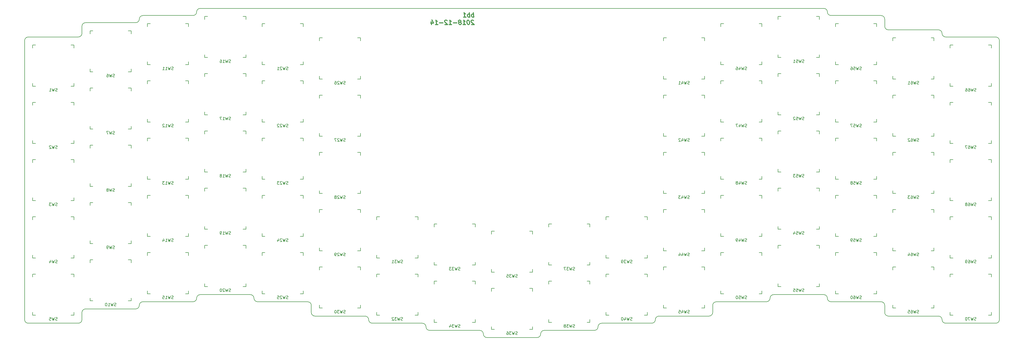
<source format=gbr>
%TF.GenerationSoftware,KiCad,Pcbnew,(5.0.1-3-g963ef8bb5)*%
%TF.CreationDate,2018-12-14T10:53:23-08:00*%
%TF.ProjectId,bb1,6262312E6B696361645F706362000000,rev?*%
%TF.SameCoordinates,Original*%
%TF.FileFunction,Legend,Bot*%
%TF.FilePolarity,Positive*%
%FSLAX46Y46*%
G04 Gerber Fmt 4.6, Leading zero omitted, Abs format (unit mm)*
G04 Created by KiCad (PCBNEW (5.0.1-3-g963ef8bb5)) date Friday, December 14, 2018 at 10:53:23 AM*
%MOMM*%
%LPD*%
G01*
G04 APERTURE LIST*
%ADD10C,0.300000*%
%ADD11C,0.150000*%
G04 APERTURE END LIST*
D10*
X164938928Y-34653571D02*
X164751428Y-33153571D01*
X164822857Y-33725000D02*
X164671071Y-33653571D01*
X164385357Y-33653571D01*
X164251428Y-33725000D01*
X164188928Y-33796428D01*
X164135357Y-33939285D01*
X164188928Y-34367857D01*
X164278214Y-34510714D01*
X164358571Y-34582142D01*
X164510357Y-34653571D01*
X164796071Y-34653571D01*
X164930000Y-34582142D01*
X163581785Y-34653571D02*
X163394285Y-33153571D01*
X163465714Y-33725000D02*
X163313928Y-33653571D01*
X163028214Y-33653571D01*
X162894285Y-33725000D01*
X162831785Y-33796428D01*
X162778214Y-33939285D01*
X162831785Y-34367857D01*
X162921071Y-34510714D01*
X163001428Y-34582142D01*
X163153214Y-34653571D01*
X163438928Y-34653571D01*
X163572857Y-34582142D01*
X161438928Y-34653571D02*
X162296071Y-34653571D01*
X161867500Y-34653571D02*
X161680000Y-33153571D01*
X161849642Y-33367857D01*
X162010357Y-33510714D01*
X162162142Y-33582142D01*
X164840714Y-35846428D02*
X164760357Y-35775000D01*
X164608571Y-35703571D01*
X164251428Y-35703571D01*
X164117500Y-35775000D01*
X164055000Y-35846428D01*
X164001428Y-35989285D01*
X164019285Y-36132142D01*
X164117500Y-36346428D01*
X165081785Y-37203571D01*
X164153214Y-37203571D01*
X163037142Y-35703571D02*
X162894285Y-35703571D01*
X162760357Y-35775000D01*
X162697857Y-35846428D01*
X162644285Y-35989285D01*
X162608571Y-36275000D01*
X162653214Y-36632142D01*
X162760357Y-36917857D01*
X162849642Y-37060714D01*
X162930000Y-37132142D01*
X163081785Y-37203571D01*
X163224642Y-37203571D01*
X163358571Y-37132142D01*
X163421071Y-37060714D01*
X163474642Y-36917857D01*
X163510357Y-36632142D01*
X163465714Y-36275000D01*
X163358571Y-35989285D01*
X163269285Y-35846428D01*
X163188928Y-35775000D01*
X163037142Y-35703571D01*
X161296071Y-37203571D02*
X162153214Y-37203571D01*
X161724642Y-37203571D02*
X161537142Y-35703571D01*
X161706785Y-35917857D01*
X161867500Y-36060714D01*
X162019285Y-36132142D01*
X160331785Y-36346428D02*
X160465714Y-36275000D01*
X160528214Y-36203571D01*
X160581785Y-36060714D01*
X160572857Y-35989285D01*
X160483571Y-35846428D01*
X160403214Y-35775000D01*
X160251428Y-35703571D01*
X159965714Y-35703571D01*
X159831785Y-35775000D01*
X159769285Y-35846428D01*
X159715714Y-35989285D01*
X159724642Y-36060714D01*
X159813928Y-36203571D01*
X159894285Y-36275000D01*
X160046071Y-36346428D01*
X160331785Y-36346428D01*
X160483571Y-36417857D01*
X160563928Y-36489285D01*
X160653214Y-36632142D01*
X160688928Y-36917857D01*
X160635357Y-37060714D01*
X160572857Y-37132142D01*
X160438928Y-37203571D01*
X160153214Y-37203571D01*
X160001428Y-37132142D01*
X159921071Y-37060714D01*
X159831785Y-36917857D01*
X159796071Y-36632142D01*
X159849642Y-36489285D01*
X159912142Y-36417857D01*
X160046071Y-36346428D01*
X159153214Y-36632142D02*
X158010357Y-36632142D01*
X156581785Y-37203571D02*
X157438928Y-37203571D01*
X157010357Y-37203571D02*
X156822857Y-35703571D01*
X156992500Y-35917857D01*
X157153214Y-36060714D01*
X157305000Y-36132142D01*
X155840714Y-35846428D02*
X155760357Y-35775000D01*
X155608571Y-35703571D01*
X155251428Y-35703571D01*
X155117500Y-35775000D01*
X155055000Y-35846428D01*
X155001428Y-35989285D01*
X155019285Y-36132142D01*
X155117500Y-36346428D01*
X156081785Y-37203571D01*
X155153214Y-37203571D01*
X154438928Y-36632142D02*
X153296071Y-36632142D01*
X151867500Y-37203571D02*
X152724642Y-37203571D01*
X152296071Y-37203571D02*
X152108571Y-35703571D01*
X152278214Y-35917857D01*
X152438928Y-36060714D01*
X152590714Y-36132142D01*
X150456785Y-36203571D02*
X150581785Y-37203571D01*
X150742500Y-35632142D02*
X151233571Y-36703571D01*
X150305000Y-36703571D01*
D11*
X266906250Y-31687500D02*
X88968750Y-31687500D01*
X283968750Y-31687500D02*
X266906250Y-31687500D01*
X303468750Y-34125000D02*
X286406250Y-34125000D01*
X304687500Y-35343750D02*
X304687500Y-37781250D01*
X343687500Y-137718750D02*
X343687500Y-42656250D01*
X325406250Y-138937500D02*
X342468750Y-138937500D01*
X305906250Y-136500000D02*
X322968750Y-136500000D01*
X304687500Y-132843750D02*
X304687500Y-135281250D01*
X286406250Y-131625000D02*
X303468750Y-131625000D01*
X266906250Y-129187500D02*
X283968750Y-129187500D01*
X247406250Y-131625000D02*
X264468750Y-131625000D01*
X246187500Y-132843750D02*
X246187500Y-135281250D01*
X227906250Y-136500000D02*
X244968750Y-136500000D01*
X208406250Y-138937500D02*
X225468750Y-138937500D01*
X188906250Y-141375000D02*
X205968750Y-141375000D01*
X169406250Y-143812500D02*
X186468750Y-143812500D01*
X149906250Y-141375000D02*
X166968750Y-141375000D01*
X130406250Y-138937500D02*
X147468750Y-138937500D01*
X127968750Y-136500000D02*
G75*
G02X129187500Y-137718750I0J-1218750D01*
G01*
X110906250Y-136500000D02*
X127968750Y-136500000D01*
X109687500Y-132843750D02*
X109687500Y-135281250D01*
X91406250Y-131625000D02*
X108468750Y-131625000D01*
X71906250Y-129187500D02*
X88968750Y-129187500D01*
X52406250Y-131625000D02*
X69468750Y-131625000D01*
X32906250Y-134062500D02*
X49968750Y-134062500D01*
X31687500Y-135281250D02*
X31687500Y-137718750D01*
X13406250Y-138937500D02*
X30468750Y-138937500D01*
X12187500Y-42656250D02*
X12187500Y-137718750D01*
X52406250Y-34125000D02*
X69468750Y-34125000D01*
X32906250Y-36562500D02*
X49968750Y-36562500D01*
X31687500Y-37781250D02*
X31687500Y-40218750D01*
X13406250Y-41437500D02*
X30468750Y-41437500D01*
X12187500Y-42656250D02*
G75*
G02X13406250Y-41437500I1218750J0D01*
G01*
X31687500Y-40218750D02*
G75*
G02X30468750Y-41437500I-1218750J0D01*
G01*
X31687500Y-37781250D02*
G75*
G02X32906250Y-36562500I1218750J0D01*
G01*
X51187500Y-35343750D02*
G75*
G02X49968750Y-36562500I-1218750J0D01*
G01*
X51187500Y-35343750D02*
G75*
G02X52406250Y-34125000I1218750J0D01*
G01*
X70687500Y-32906250D02*
G75*
G02X69468750Y-34125000I-1218750J0D01*
G01*
X70687500Y-32906250D02*
G75*
G02X71906250Y-31687500I1218750J0D01*
G01*
X88968750Y-31687500D02*
X71906250Y-31687500D01*
X343687500Y-137718750D02*
G75*
G02X342468750Y-138937500I-1218750J0D01*
G01*
X325406250Y-138937500D02*
G75*
G02X324187500Y-137718750I0J1218750D01*
G01*
X322968750Y-136500000D02*
G75*
G02X324187500Y-137718750I0J-1218750D01*
G01*
X305906250Y-136500000D02*
G75*
G02X304687500Y-135281250I0J1218750D01*
G01*
X303468750Y-131625000D02*
G75*
G02X304687500Y-132843750I0J-1218750D01*
G01*
X286406250Y-131625000D02*
G75*
G02X285187500Y-130406250I0J1218750D01*
G01*
X283968750Y-129187500D02*
G75*
G02X285187500Y-130406250I0J-1218750D01*
G01*
X265687500Y-130406250D02*
G75*
G02X266906250Y-129187500I1218750J0D01*
G01*
X265687500Y-130406250D02*
G75*
G02X264468750Y-131625000I-1218750J0D01*
G01*
X246187500Y-132843750D02*
G75*
G02X247406250Y-131625000I1218750J0D01*
G01*
X246187500Y-135281250D02*
G75*
G02X244968750Y-136500000I-1218750J0D01*
G01*
X226687500Y-137718750D02*
G75*
G02X227906250Y-136500000I1218750J0D01*
G01*
X226687500Y-137718750D02*
G75*
G02X225468750Y-138937500I-1218750J0D01*
G01*
X207187500Y-140156250D02*
G75*
G02X208406250Y-138937500I1218750J0D01*
G01*
X207187500Y-140156250D02*
G75*
G02X205968750Y-141375000I-1218750J0D01*
G01*
X187687500Y-142593750D02*
G75*
G02X188906250Y-141375000I1218750J0D01*
G01*
X187687500Y-142593750D02*
G75*
G02X186468750Y-143812500I-1218750J0D01*
G01*
X166968750Y-141375000D02*
G75*
G02X168187500Y-142593750I0J-1218750D01*
G01*
X147468750Y-138937500D02*
G75*
G02X148687500Y-140156250I0J-1218750D01*
G01*
X108468750Y-131625000D02*
G75*
G02X109687500Y-132843750I0J-1218750D01*
G01*
X88968750Y-129187500D02*
G75*
G02X90187500Y-130406250I0J-1218750D01*
G01*
X70687500Y-130406250D02*
G75*
G02X71906250Y-129187500I1218750J0D01*
G01*
X51187500Y-132843750D02*
G75*
G02X52406250Y-131625000I1218750J0D01*
G01*
X31687500Y-135281250D02*
G75*
G02X32906250Y-134062500I1218750J0D01*
G01*
X31687500Y-137718750D02*
G75*
G02X30468750Y-138937500I-1218750J0D01*
G01*
X70687500Y-130406250D02*
G75*
G02X69468750Y-131625000I-1218750J0D01*
G01*
X51187500Y-132843750D02*
G75*
G02X49968750Y-134062500I-1218750J0D01*
G01*
X91406250Y-131625000D02*
G75*
G02X90187500Y-130406250I0J1218750D01*
G01*
X110906250Y-136500000D02*
G75*
G02X109687500Y-135281250I0J1218750D01*
G01*
X13406250Y-138937500D02*
G75*
G02X12187500Y-137718750I0J1218750D01*
G01*
X130406250Y-138937500D02*
G75*
G02X129187500Y-137718750I0J1218750D01*
G01*
X149906250Y-141375000D02*
G75*
G02X148687500Y-140156250I0J1218750D01*
G01*
X169406250Y-143812500D02*
G75*
G02X168187500Y-142593750I0J1218750D01*
G01*
X286406250Y-34125000D02*
G75*
G02X285187500Y-32906250I0J1218750D01*
G01*
X305906250Y-39000000D02*
G75*
G02X304687500Y-37781250I0J1218750D01*
G01*
X283968750Y-31687500D02*
G75*
G02X285187500Y-32906250I0J-1218750D01*
G01*
X303468750Y-34125000D02*
G75*
G02X304687500Y-35343750I0J-1218750D01*
G01*
X325406250Y-41437500D02*
G75*
G02X324187500Y-40218750I0J1218750D01*
G01*
X322968750Y-39000000D02*
G75*
G02X324187500Y-40218750I0J-1218750D01*
G01*
X305906250Y-39000000D02*
X322968750Y-39000000D01*
X342468750Y-41437500D02*
G75*
G02X343687500Y-42656250I0J-1218750D01*
G01*
X325406250Y-41437500D02*
X342468750Y-41437500D01*
X321437500Y-61250000D02*
X321437500Y-62250000D01*
X320437500Y-61250000D02*
X321437500Y-61250000D01*
X321437500Y-75250000D02*
X320437500Y-75250000D01*
X307437500Y-75250000D02*
X307437500Y-74250000D01*
X308437500Y-75250000D02*
X307437500Y-75250000D01*
X307437500Y-61250000D02*
X308437500Y-61250000D01*
X307437500Y-62250000D02*
X307437500Y-61250000D01*
X321437500Y-74250000D02*
X321437500Y-75250000D01*
X28937500Y-44187500D02*
X28937500Y-45187500D01*
X27937500Y-44187500D02*
X28937500Y-44187500D01*
X28937500Y-58187500D02*
X27937500Y-58187500D01*
X14937500Y-58187500D02*
X14937500Y-57187500D01*
X15937500Y-58187500D02*
X14937500Y-58187500D01*
X14937500Y-44187500D02*
X15937500Y-44187500D01*
X14937500Y-45187500D02*
X14937500Y-44187500D01*
X28937500Y-57187500D02*
X28937500Y-58187500D01*
X28937500Y-63687500D02*
X28937500Y-64687500D01*
X27937500Y-63687500D02*
X28937500Y-63687500D01*
X28937500Y-77687500D02*
X27937500Y-77687500D01*
X14937500Y-77687500D02*
X14937500Y-76687500D01*
X15937500Y-77687500D02*
X14937500Y-77687500D01*
X14937500Y-63687500D02*
X15937500Y-63687500D01*
X14937500Y-64687500D02*
X14937500Y-63687500D01*
X28937500Y-76687500D02*
X28937500Y-77687500D01*
X28937500Y-83187500D02*
X28937500Y-84187500D01*
X27937500Y-83187500D02*
X28937500Y-83187500D01*
X28937500Y-97187500D02*
X27937500Y-97187500D01*
X14937500Y-97187500D02*
X14937500Y-96187500D01*
X15937500Y-97187500D02*
X14937500Y-97187500D01*
X14937500Y-83187500D02*
X15937500Y-83187500D01*
X14937500Y-84187500D02*
X14937500Y-83187500D01*
X28937500Y-96187500D02*
X28937500Y-97187500D01*
X28937500Y-102687500D02*
X28937500Y-103687500D01*
X27937500Y-102687500D02*
X28937500Y-102687500D01*
X28937500Y-116687500D02*
X27937500Y-116687500D01*
X14937500Y-116687500D02*
X14937500Y-115687500D01*
X15937500Y-116687500D02*
X14937500Y-116687500D01*
X14937500Y-102687500D02*
X15937500Y-102687500D01*
X14937500Y-103687500D02*
X14937500Y-102687500D01*
X28937500Y-115687500D02*
X28937500Y-116687500D01*
X28937500Y-122187500D02*
X28937500Y-123187500D01*
X27937500Y-122187500D02*
X28937500Y-122187500D01*
X28937500Y-136187500D02*
X27937500Y-136187500D01*
X14937500Y-136187500D02*
X14937500Y-135187500D01*
X15937500Y-136187500D02*
X14937500Y-136187500D01*
X14937500Y-122187500D02*
X15937500Y-122187500D01*
X14937500Y-123187500D02*
X14937500Y-122187500D01*
X28937500Y-135187500D02*
X28937500Y-136187500D01*
X48437500Y-39312500D02*
X48437500Y-40312500D01*
X47437500Y-39312500D02*
X48437500Y-39312500D01*
X48437500Y-53312500D02*
X47437500Y-53312500D01*
X34437500Y-53312500D02*
X34437500Y-52312500D01*
X35437500Y-53312500D02*
X34437500Y-53312500D01*
X34437500Y-39312500D02*
X35437500Y-39312500D01*
X34437500Y-40312500D02*
X34437500Y-39312500D01*
X48437500Y-52312500D02*
X48437500Y-53312500D01*
X48437500Y-58812500D02*
X48437500Y-59812500D01*
X47437500Y-58812500D02*
X48437500Y-58812500D01*
X48437500Y-72812500D02*
X47437500Y-72812500D01*
X34437500Y-72812500D02*
X34437500Y-71812500D01*
X35437500Y-72812500D02*
X34437500Y-72812500D01*
X34437500Y-58812500D02*
X35437500Y-58812500D01*
X34437500Y-59812500D02*
X34437500Y-58812500D01*
X48437500Y-71812500D02*
X48437500Y-72812500D01*
X48437500Y-78312500D02*
X48437500Y-79312500D01*
X47437500Y-78312500D02*
X48437500Y-78312500D01*
X48437500Y-92312500D02*
X47437500Y-92312500D01*
X34437500Y-92312500D02*
X34437500Y-91312500D01*
X35437500Y-92312500D02*
X34437500Y-92312500D01*
X34437500Y-78312500D02*
X35437500Y-78312500D01*
X34437500Y-79312500D02*
X34437500Y-78312500D01*
X48437500Y-91312500D02*
X48437500Y-92312500D01*
X48437500Y-97812500D02*
X48437500Y-98812500D01*
X47437500Y-97812500D02*
X48437500Y-97812500D01*
X48437500Y-111812500D02*
X47437500Y-111812500D01*
X34437500Y-111812500D02*
X34437500Y-110812500D01*
X35437500Y-111812500D02*
X34437500Y-111812500D01*
X34437500Y-97812500D02*
X35437500Y-97812500D01*
X34437500Y-98812500D02*
X34437500Y-97812500D01*
X48437500Y-110812500D02*
X48437500Y-111812500D01*
X48437500Y-117312500D02*
X48437500Y-118312500D01*
X47437500Y-117312500D02*
X48437500Y-117312500D01*
X48437500Y-131312500D02*
X47437500Y-131312500D01*
X34437500Y-131312500D02*
X34437500Y-130312500D01*
X35437500Y-131312500D02*
X34437500Y-131312500D01*
X34437500Y-117312500D02*
X35437500Y-117312500D01*
X34437500Y-118312500D02*
X34437500Y-117312500D01*
X48437500Y-130312500D02*
X48437500Y-131312500D01*
X67937500Y-36875000D02*
X67937500Y-37875000D01*
X66937500Y-36875000D02*
X67937500Y-36875000D01*
X67937500Y-50875000D02*
X66937500Y-50875000D01*
X53937500Y-50875000D02*
X53937500Y-49875000D01*
X54937500Y-50875000D02*
X53937500Y-50875000D01*
X53937500Y-36875000D02*
X54937500Y-36875000D01*
X53937500Y-37875000D02*
X53937500Y-36875000D01*
X67937500Y-49875000D02*
X67937500Y-50875000D01*
X67937500Y-56375000D02*
X67937500Y-57375000D01*
X66937500Y-56375000D02*
X67937500Y-56375000D01*
X67937500Y-70375000D02*
X66937500Y-70375000D01*
X53937500Y-70375000D02*
X53937500Y-69375000D01*
X54937500Y-70375000D02*
X53937500Y-70375000D01*
X53937500Y-56375000D02*
X54937500Y-56375000D01*
X53937500Y-57375000D02*
X53937500Y-56375000D01*
X67937500Y-69375000D02*
X67937500Y-70375000D01*
X67937500Y-75875000D02*
X67937500Y-76875000D01*
X66937500Y-75875000D02*
X67937500Y-75875000D01*
X67937500Y-89875000D02*
X66937500Y-89875000D01*
X53937500Y-89875000D02*
X53937500Y-88875000D01*
X54937500Y-89875000D02*
X53937500Y-89875000D01*
X53937500Y-75875000D02*
X54937500Y-75875000D01*
X53937500Y-76875000D02*
X53937500Y-75875000D01*
X67937500Y-88875000D02*
X67937500Y-89875000D01*
X67937500Y-95375000D02*
X67937500Y-96375000D01*
X66937500Y-95375000D02*
X67937500Y-95375000D01*
X67937500Y-109375000D02*
X66937500Y-109375000D01*
X53937500Y-109375000D02*
X53937500Y-108375000D01*
X54937500Y-109375000D02*
X53937500Y-109375000D01*
X53937500Y-95375000D02*
X54937500Y-95375000D01*
X53937500Y-96375000D02*
X53937500Y-95375000D01*
X67937500Y-108375000D02*
X67937500Y-109375000D01*
X67937500Y-114875000D02*
X67937500Y-115875000D01*
X66937500Y-114875000D02*
X67937500Y-114875000D01*
X67937500Y-128875000D02*
X66937500Y-128875000D01*
X53937500Y-128875000D02*
X53937500Y-127875000D01*
X54937500Y-128875000D02*
X53937500Y-128875000D01*
X53937500Y-114875000D02*
X54937500Y-114875000D01*
X53937500Y-115875000D02*
X53937500Y-114875000D01*
X67937500Y-127875000D02*
X67937500Y-128875000D01*
X87437500Y-34437500D02*
X87437500Y-35437500D01*
X86437500Y-34437500D02*
X87437500Y-34437500D01*
X87437500Y-48437500D02*
X86437500Y-48437500D01*
X73437500Y-48437500D02*
X73437500Y-47437500D01*
X74437500Y-48437500D02*
X73437500Y-48437500D01*
X73437500Y-34437500D02*
X74437500Y-34437500D01*
X73437500Y-35437500D02*
X73437500Y-34437500D01*
X87437500Y-47437500D02*
X87437500Y-48437500D01*
X87437500Y-53937500D02*
X87437500Y-54937500D01*
X86437500Y-53937500D02*
X87437500Y-53937500D01*
X87437500Y-67937500D02*
X86437500Y-67937500D01*
X73437500Y-67937500D02*
X73437500Y-66937500D01*
X74437500Y-67937500D02*
X73437500Y-67937500D01*
X73437500Y-53937500D02*
X74437500Y-53937500D01*
X73437500Y-54937500D02*
X73437500Y-53937500D01*
X87437500Y-66937500D02*
X87437500Y-67937500D01*
X87437500Y-73437500D02*
X87437500Y-74437500D01*
X86437500Y-73437500D02*
X87437500Y-73437500D01*
X87437500Y-87437500D02*
X86437500Y-87437500D01*
X73437500Y-87437500D02*
X73437500Y-86437500D01*
X74437500Y-87437500D02*
X73437500Y-87437500D01*
X73437500Y-73437500D02*
X74437500Y-73437500D01*
X73437500Y-74437500D02*
X73437500Y-73437500D01*
X87437500Y-86437500D02*
X87437500Y-87437500D01*
X87437500Y-92937500D02*
X87437500Y-93937500D01*
X86437500Y-92937500D02*
X87437500Y-92937500D01*
X87437500Y-106937500D02*
X86437500Y-106937500D01*
X73437500Y-106937500D02*
X73437500Y-105937500D01*
X74437500Y-106937500D02*
X73437500Y-106937500D01*
X73437500Y-92937500D02*
X74437500Y-92937500D01*
X73437500Y-93937500D02*
X73437500Y-92937500D01*
X87437500Y-105937500D02*
X87437500Y-106937500D01*
X87437500Y-112437500D02*
X87437500Y-113437500D01*
X86437500Y-112437500D02*
X87437500Y-112437500D01*
X87437500Y-126437500D02*
X86437500Y-126437500D01*
X73437500Y-126437500D02*
X73437500Y-125437500D01*
X74437500Y-126437500D02*
X73437500Y-126437500D01*
X73437500Y-112437500D02*
X74437500Y-112437500D01*
X73437500Y-113437500D02*
X73437500Y-112437500D01*
X87437500Y-125437500D02*
X87437500Y-126437500D01*
X106937500Y-36875000D02*
X106937500Y-37875000D01*
X105937500Y-36875000D02*
X106937500Y-36875000D01*
X106937500Y-50875000D02*
X105937500Y-50875000D01*
X92937500Y-50875000D02*
X92937500Y-49875000D01*
X93937500Y-50875000D02*
X92937500Y-50875000D01*
X92937500Y-36875000D02*
X93937500Y-36875000D01*
X92937500Y-37875000D02*
X92937500Y-36875000D01*
X106937500Y-49875000D02*
X106937500Y-50875000D01*
X106937500Y-56375000D02*
X106937500Y-57375000D01*
X105937500Y-56375000D02*
X106937500Y-56375000D01*
X106937500Y-70375000D02*
X105937500Y-70375000D01*
X92937500Y-70375000D02*
X92937500Y-69375000D01*
X93937500Y-70375000D02*
X92937500Y-70375000D01*
X92937500Y-56375000D02*
X93937500Y-56375000D01*
X92937500Y-57375000D02*
X92937500Y-56375000D01*
X106937500Y-69375000D02*
X106937500Y-70375000D01*
X106937500Y-75875000D02*
X106937500Y-76875000D01*
X105937500Y-75875000D02*
X106937500Y-75875000D01*
X106937500Y-89875000D02*
X105937500Y-89875000D01*
X92937500Y-89875000D02*
X92937500Y-88875000D01*
X93937500Y-89875000D02*
X92937500Y-89875000D01*
X92937500Y-75875000D02*
X93937500Y-75875000D01*
X92937500Y-76875000D02*
X92937500Y-75875000D01*
X106937500Y-88875000D02*
X106937500Y-89875000D01*
X106937500Y-95375000D02*
X106937500Y-96375000D01*
X105937500Y-95375000D02*
X106937500Y-95375000D01*
X106937500Y-109375000D02*
X105937500Y-109375000D01*
X92937500Y-109375000D02*
X92937500Y-108375000D01*
X93937500Y-109375000D02*
X92937500Y-109375000D01*
X92937500Y-95375000D02*
X93937500Y-95375000D01*
X92937500Y-96375000D02*
X92937500Y-95375000D01*
X106937500Y-108375000D02*
X106937500Y-109375000D01*
X106937500Y-114875000D02*
X106937500Y-115875000D01*
X105937500Y-114875000D02*
X106937500Y-114875000D01*
X106937500Y-128875000D02*
X105937500Y-128875000D01*
X92937500Y-128875000D02*
X92937500Y-127875000D01*
X93937500Y-128875000D02*
X92937500Y-128875000D01*
X92937500Y-114875000D02*
X93937500Y-114875000D01*
X92937500Y-115875000D02*
X92937500Y-114875000D01*
X106937500Y-127875000D02*
X106937500Y-128875000D01*
X126437500Y-41750000D02*
X126437500Y-42750000D01*
X125437500Y-41750000D02*
X126437500Y-41750000D01*
X126437500Y-55750000D02*
X125437500Y-55750000D01*
X112437500Y-55750000D02*
X112437500Y-54750000D01*
X113437500Y-55750000D02*
X112437500Y-55750000D01*
X112437500Y-41750000D02*
X113437500Y-41750000D01*
X112437500Y-42750000D02*
X112437500Y-41750000D01*
X126437500Y-54750000D02*
X126437500Y-55750000D01*
X126437500Y-61250000D02*
X126437500Y-62250000D01*
X125437500Y-61250000D02*
X126437500Y-61250000D01*
X126437500Y-75250000D02*
X125437500Y-75250000D01*
X112437500Y-75250000D02*
X112437500Y-74250000D01*
X113437500Y-75250000D02*
X112437500Y-75250000D01*
X112437500Y-61250000D02*
X113437500Y-61250000D01*
X112437500Y-62250000D02*
X112437500Y-61250000D01*
X126437500Y-74250000D02*
X126437500Y-75250000D01*
X126437500Y-80750000D02*
X126437500Y-81750000D01*
X125437500Y-80750000D02*
X126437500Y-80750000D01*
X126437500Y-94750000D02*
X125437500Y-94750000D01*
X112437500Y-94750000D02*
X112437500Y-93750000D01*
X113437500Y-94750000D02*
X112437500Y-94750000D01*
X112437500Y-80750000D02*
X113437500Y-80750000D01*
X112437500Y-81750000D02*
X112437500Y-80750000D01*
X126437500Y-93750000D02*
X126437500Y-94750000D01*
X126437500Y-100250000D02*
X126437500Y-101250000D01*
X125437500Y-100250000D02*
X126437500Y-100250000D01*
X126437500Y-114250000D02*
X125437500Y-114250000D01*
X112437500Y-114250000D02*
X112437500Y-113250000D01*
X113437500Y-114250000D02*
X112437500Y-114250000D01*
X112437500Y-100250000D02*
X113437500Y-100250000D01*
X112437500Y-101250000D02*
X112437500Y-100250000D01*
X126437500Y-113250000D02*
X126437500Y-114250000D01*
X126437500Y-119750000D02*
X126437500Y-120750000D01*
X125437500Y-119750000D02*
X126437500Y-119750000D01*
X126437500Y-133750000D02*
X125437500Y-133750000D01*
X112437500Y-133750000D02*
X112437500Y-132750000D01*
X113437500Y-133750000D02*
X112437500Y-133750000D01*
X112437500Y-119750000D02*
X113437500Y-119750000D01*
X112437500Y-120750000D02*
X112437500Y-119750000D01*
X126437500Y-132750000D02*
X126437500Y-133750000D01*
X145937500Y-102687500D02*
X145937500Y-103687500D01*
X144937500Y-102687500D02*
X145937500Y-102687500D01*
X145937500Y-116687500D02*
X144937500Y-116687500D01*
X131937500Y-116687500D02*
X131937500Y-115687500D01*
X132937500Y-116687500D02*
X131937500Y-116687500D01*
X131937500Y-102687500D02*
X132937500Y-102687500D01*
X131937500Y-103687500D02*
X131937500Y-102687500D01*
X145937500Y-115687500D02*
X145937500Y-116687500D01*
X145937500Y-122187500D02*
X145937500Y-123187500D01*
X144937500Y-122187500D02*
X145937500Y-122187500D01*
X145937500Y-136187500D02*
X144937500Y-136187500D01*
X131937500Y-136187500D02*
X131937500Y-135187500D01*
X132937500Y-136187500D02*
X131937500Y-136187500D01*
X131937500Y-122187500D02*
X132937500Y-122187500D01*
X131937500Y-123187500D02*
X131937500Y-122187500D01*
X145937500Y-135187500D02*
X145937500Y-136187500D01*
X165437500Y-105125000D02*
X165437500Y-106125000D01*
X164437500Y-105125000D02*
X165437500Y-105125000D01*
X165437500Y-119125000D02*
X164437500Y-119125000D01*
X151437500Y-119125000D02*
X151437500Y-118125000D01*
X152437500Y-119125000D02*
X151437500Y-119125000D01*
X151437500Y-105125000D02*
X152437500Y-105125000D01*
X151437500Y-106125000D02*
X151437500Y-105125000D01*
X165437500Y-118125000D02*
X165437500Y-119125000D01*
X165437500Y-124625000D02*
X165437500Y-125625000D01*
X164437500Y-124625000D02*
X165437500Y-124625000D01*
X165437500Y-138625000D02*
X164437500Y-138625000D01*
X151437500Y-138625000D02*
X151437500Y-137625000D01*
X152437500Y-138625000D02*
X151437500Y-138625000D01*
X151437500Y-124625000D02*
X152437500Y-124625000D01*
X151437500Y-125625000D02*
X151437500Y-124625000D01*
X165437500Y-137625000D02*
X165437500Y-138625000D01*
X184937500Y-107562500D02*
X184937500Y-108562500D01*
X183937500Y-107562500D02*
X184937500Y-107562500D01*
X184937500Y-121562500D02*
X183937500Y-121562500D01*
X170937500Y-121562500D02*
X170937500Y-120562500D01*
X171937500Y-121562500D02*
X170937500Y-121562500D01*
X170937500Y-107562500D02*
X171937500Y-107562500D01*
X170937500Y-108562500D02*
X170937500Y-107562500D01*
X184937500Y-120562500D02*
X184937500Y-121562500D01*
X184937500Y-127062500D02*
X184937500Y-128062500D01*
X183937500Y-127062500D02*
X184937500Y-127062500D01*
X184937500Y-141062500D02*
X183937500Y-141062500D01*
X170937500Y-141062500D02*
X170937500Y-140062500D01*
X171937500Y-141062500D02*
X170937500Y-141062500D01*
X170937500Y-127062500D02*
X171937500Y-127062500D01*
X170937500Y-128062500D02*
X170937500Y-127062500D01*
X184937500Y-140062500D02*
X184937500Y-141062500D01*
X204437500Y-105125000D02*
X204437500Y-106125000D01*
X203437500Y-105125000D02*
X204437500Y-105125000D01*
X204437500Y-119125000D02*
X203437500Y-119125000D01*
X190437500Y-119125000D02*
X190437500Y-118125000D01*
X191437500Y-119125000D02*
X190437500Y-119125000D01*
X190437500Y-105125000D02*
X191437500Y-105125000D01*
X190437500Y-106125000D02*
X190437500Y-105125000D01*
X204437500Y-118125000D02*
X204437500Y-119125000D01*
X204437500Y-124625000D02*
X204437500Y-125625000D01*
X203437500Y-124625000D02*
X204437500Y-124625000D01*
X204437500Y-138625000D02*
X203437500Y-138625000D01*
X190437500Y-138625000D02*
X190437500Y-137625000D01*
X191437500Y-138625000D02*
X190437500Y-138625000D01*
X190437500Y-124625000D02*
X191437500Y-124625000D01*
X190437500Y-125625000D02*
X190437500Y-124625000D01*
X204437500Y-137625000D02*
X204437500Y-138625000D01*
X223937500Y-102687500D02*
X223937500Y-103687500D01*
X222937500Y-102687500D02*
X223937500Y-102687500D01*
X223937500Y-116687500D02*
X222937500Y-116687500D01*
X209937500Y-116687500D02*
X209937500Y-115687500D01*
X210937500Y-116687500D02*
X209937500Y-116687500D01*
X209937500Y-102687500D02*
X210937500Y-102687500D01*
X209937500Y-103687500D02*
X209937500Y-102687500D01*
X223937500Y-115687500D02*
X223937500Y-116687500D01*
X223937500Y-122187500D02*
X223937500Y-123187500D01*
X222937500Y-122187500D02*
X223937500Y-122187500D01*
X223937500Y-136187500D02*
X222937500Y-136187500D01*
X209937500Y-136187500D02*
X209937500Y-135187500D01*
X210937500Y-136187500D02*
X209937500Y-136187500D01*
X209937500Y-122187500D02*
X210937500Y-122187500D01*
X209937500Y-123187500D02*
X209937500Y-122187500D01*
X223937500Y-135187500D02*
X223937500Y-136187500D01*
X243437500Y-41750000D02*
X243437500Y-42750000D01*
X242437500Y-41750000D02*
X243437500Y-41750000D01*
X243437500Y-55750000D02*
X242437500Y-55750000D01*
X229437500Y-55750000D02*
X229437500Y-54750000D01*
X230437500Y-55750000D02*
X229437500Y-55750000D01*
X229437500Y-41750000D02*
X230437500Y-41750000D01*
X229437500Y-42750000D02*
X229437500Y-41750000D01*
X243437500Y-54750000D02*
X243437500Y-55750000D01*
X243437500Y-61250000D02*
X243437500Y-62250000D01*
X242437500Y-61250000D02*
X243437500Y-61250000D01*
X243437500Y-75250000D02*
X242437500Y-75250000D01*
X229437500Y-75250000D02*
X229437500Y-74250000D01*
X230437500Y-75250000D02*
X229437500Y-75250000D01*
X229437500Y-61250000D02*
X230437500Y-61250000D01*
X229437500Y-62250000D02*
X229437500Y-61250000D01*
X243437500Y-74250000D02*
X243437500Y-75250000D01*
X243437500Y-80750000D02*
X243437500Y-81750000D01*
X242437500Y-80750000D02*
X243437500Y-80750000D01*
X243437500Y-94750000D02*
X242437500Y-94750000D01*
X229437500Y-94750000D02*
X229437500Y-93750000D01*
X230437500Y-94750000D02*
X229437500Y-94750000D01*
X229437500Y-80750000D02*
X230437500Y-80750000D01*
X229437500Y-81750000D02*
X229437500Y-80750000D01*
X243437500Y-93750000D02*
X243437500Y-94750000D01*
X243437500Y-100250000D02*
X243437500Y-101250000D01*
X242437500Y-100250000D02*
X243437500Y-100250000D01*
X243437500Y-114250000D02*
X242437500Y-114250000D01*
X229437500Y-114250000D02*
X229437500Y-113250000D01*
X230437500Y-114250000D02*
X229437500Y-114250000D01*
X229437500Y-100250000D02*
X230437500Y-100250000D01*
X229437500Y-101250000D02*
X229437500Y-100250000D01*
X243437500Y-113250000D02*
X243437500Y-114250000D01*
X243437500Y-119750000D02*
X243437500Y-120750000D01*
X242437500Y-119750000D02*
X243437500Y-119750000D01*
X243437500Y-133750000D02*
X242437500Y-133750000D01*
X229437500Y-133750000D02*
X229437500Y-132750000D01*
X230437500Y-133750000D02*
X229437500Y-133750000D01*
X229437500Y-119750000D02*
X230437500Y-119750000D01*
X229437500Y-120750000D02*
X229437500Y-119750000D01*
X243437500Y-132750000D02*
X243437500Y-133750000D01*
X262937500Y-36875000D02*
X262937500Y-37875000D01*
X261937500Y-36875000D02*
X262937500Y-36875000D01*
X262937500Y-50875000D02*
X261937500Y-50875000D01*
X248937500Y-50875000D02*
X248937500Y-49875000D01*
X249937500Y-50875000D02*
X248937500Y-50875000D01*
X248937500Y-36875000D02*
X249937500Y-36875000D01*
X248937500Y-37875000D02*
X248937500Y-36875000D01*
X262937500Y-49875000D02*
X262937500Y-50875000D01*
X262937500Y-56375000D02*
X262937500Y-57375000D01*
X261937500Y-56375000D02*
X262937500Y-56375000D01*
X262937500Y-70375000D02*
X261937500Y-70375000D01*
X248937500Y-70375000D02*
X248937500Y-69375000D01*
X249937500Y-70375000D02*
X248937500Y-70375000D01*
X248937500Y-56375000D02*
X249937500Y-56375000D01*
X248937500Y-57375000D02*
X248937500Y-56375000D01*
X262937500Y-69375000D02*
X262937500Y-70375000D01*
X262937500Y-75875000D02*
X262937500Y-76875000D01*
X261937500Y-75875000D02*
X262937500Y-75875000D01*
X262937500Y-89875000D02*
X261937500Y-89875000D01*
X248937500Y-89875000D02*
X248937500Y-88875000D01*
X249937500Y-89875000D02*
X248937500Y-89875000D01*
X248937500Y-75875000D02*
X249937500Y-75875000D01*
X248937500Y-76875000D02*
X248937500Y-75875000D01*
X262937500Y-88875000D02*
X262937500Y-89875000D01*
X262937500Y-95375000D02*
X262937500Y-96375000D01*
X261937500Y-95375000D02*
X262937500Y-95375000D01*
X262937500Y-109375000D02*
X261937500Y-109375000D01*
X248937500Y-109375000D02*
X248937500Y-108375000D01*
X249937500Y-109375000D02*
X248937500Y-109375000D01*
X248937500Y-95375000D02*
X249937500Y-95375000D01*
X248937500Y-96375000D02*
X248937500Y-95375000D01*
X262937500Y-108375000D02*
X262937500Y-109375000D01*
X262937500Y-114875000D02*
X262937500Y-115875000D01*
X261937500Y-114875000D02*
X262937500Y-114875000D01*
X262937500Y-128875000D02*
X261937500Y-128875000D01*
X248937500Y-128875000D02*
X248937500Y-127875000D01*
X249937500Y-128875000D02*
X248937500Y-128875000D01*
X248937500Y-114875000D02*
X249937500Y-114875000D01*
X248937500Y-115875000D02*
X248937500Y-114875000D01*
X262937500Y-127875000D02*
X262937500Y-128875000D01*
X282437500Y-34437500D02*
X282437500Y-35437500D01*
X281437500Y-34437500D02*
X282437500Y-34437500D01*
X282437500Y-48437500D02*
X281437500Y-48437500D01*
X268437500Y-48437500D02*
X268437500Y-47437500D01*
X269437500Y-48437500D02*
X268437500Y-48437500D01*
X268437500Y-34437500D02*
X269437500Y-34437500D01*
X268437500Y-35437500D02*
X268437500Y-34437500D01*
X282437500Y-47437500D02*
X282437500Y-48437500D01*
X282437500Y-53937500D02*
X282437500Y-54937500D01*
X281437500Y-53937500D02*
X282437500Y-53937500D01*
X282437500Y-67937500D02*
X281437500Y-67937500D01*
X268437500Y-67937500D02*
X268437500Y-66937500D01*
X269437500Y-67937500D02*
X268437500Y-67937500D01*
X268437500Y-53937500D02*
X269437500Y-53937500D01*
X268437500Y-54937500D02*
X268437500Y-53937500D01*
X282437500Y-66937500D02*
X282437500Y-67937500D01*
X282437500Y-73437500D02*
X282437500Y-74437500D01*
X281437500Y-73437500D02*
X282437500Y-73437500D01*
X282437500Y-87437500D02*
X281437500Y-87437500D01*
X268437500Y-87437500D02*
X268437500Y-86437500D01*
X269437500Y-87437500D02*
X268437500Y-87437500D01*
X268437500Y-73437500D02*
X269437500Y-73437500D01*
X268437500Y-74437500D02*
X268437500Y-73437500D01*
X282437500Y-86437500D02*
X282437500Y-87437500D01*
X282437500Y-92937500D02*
X282437500Y-93937500D01*
X281437500Y-92937500D02*
X282437500Y-92937500D01*
X282437500Y-106937500D02*
X281437500Y-106937500D01*
X268437500Y-106937500D02*
X268437500Y-105937500D01*
X269437500Y-106937500D02*
X268437500Y-106937500D01*
X268437500Y-92937500D02*
X269437500Y-92937500D01*
X268437500Y-93937500D02*
X268437500Y-92937500D01*
X282437500Y-105937500D02*
X282437500Y-106937500D01*
X282437500Y-112437500D02*
X282437500Y-113437500D01*
X281437500Y-112437500D02*
X282437500Y-112437500D01*
X282437500Y-126437500D02*
X281437500Y-126437500D01*
X268437500Y-126437500D02*
X268437500Y-125437500D01*
X269437500Y-126437500D02*
X268437500Y-126437500D01*
X268437500Y-112437500D02*
X269437500Y-112437500D01*
X268437500Y-113437500D02*
X268437500Y-112437500D01*
X282437500Y-125437500D02*
X282437500Y-126437500D01*
X301937500Y-36875000D02*
X301937500Y-37875000D01*
X300937500Y-36875000D02*
X301937500Y-36875000D01*
X301937500Y-50875000D02*
X300937500Y-50875000D01*
X287937500Y-50875000D02*
X287937500Y-49875000D01*
X288937500Y-50875000D02*
X287937500Y-50875000D01*
X287937500Y-36875000D02*
X288937500Y-36875000D01*
X287937500Y-37875000D02*
X287937500Y-36875000D01*
X301937500Y-49875000D02*
X301937500Y-50875000D01*
X301937500Y-56375000D02*
X301937500Y-57375000D01*
X300937500Y-56375000D02*
X301937500Y-56375000D01*
X301937500Y-70375000D02*
X300937500Y-70375000D01*
X287937500Y-70375000D02*
X287937500Y-69375000D01*
X288937500Y-70375000D02*
X287937500Y-70375000D01*
X287937500Y-56375000D02*
X288937500Y-56375000D01*
X287937500Y-57375000D02*
X287937500Y-56375000D01*
X301937500Y-69375000D02*
X301937500Y-70375000D01*
X301937500Y-75875000D02*
X301937500Y-76875000D01*
X300937500Y-75875000D02*
X301937500Y-75875000D01*
X301937500Y-89875000D02*
X300937500Y-89875000D01*
X287937500Y-89875000D02*
X287937500Y-88875000D01*
X288937500Y-89875000D02*
X287937500Y-89875000D01*
X287937500Y-75875000D02*
X288937500Y-75875000D01*
X287937500Y-76875000D02*
X287937500Y-75875000D01*
X301937500Y-88875000D02*
X301937500Y-89875000D01*
X301937500Y-95375000D02*
X301937500Y-96375000D01*
X300937500Y-95375000D02*
X301937500Y-95375000D01*
X301937500Y-109375000D02*
X300937500Y-109375000D01*
X287937500Y-109375000D02*
X287937500Y-108375000D01*
X288937500Y-109375000D02*
X287937500Y-109375000D01*
X287937500Y-95375000D02*
X288937500Y-95375000D01*
X287937500Y-96375000D02*
X287937500Y-95375000D01*
X301937500Y-108375000D02*
X301937500Y-109375000D01*
X301937500Y-114875000D02*
X301937500Y-115875000D01*
X300937500Y-114875000D02*
X301937500Y-114875000D01*
X301937500Y-128875000D02*
X300937500Y-128875000D01*
X287937500Y-128875000D02*
X287937500Y-127875000D01*
X288937500Y-128875000D02*
X287937500Y-128875000D01*
X287937500Y-114875000D02*
X288937500Y-114875000D01*
X287937500Y-115875000D02*
X287937500Y-114875000D01*
X301937500Y-127875000D02*
X301937500Y-128875000D01*
X321437500Y-41750000D02*
X321437500Y-42750000D01*
X320437500Y-41750000D02*
X321437500Y-41750000D01*
X321437500Y-55750000D02*
X320437500Y-55750000D01*
X307437500Y-55750000D02*
X307437500Y-54750000D01*
X308437500Y-55750000D02*
X307437500Y-55750000D01*
X307437500Y-41750000D02*
X308437500Y-41750000D01*
X307437500Y-42750000D02*
X307437500Y-41750000D01*
X321437500Y-54750000D02*
X321437500Y-55750000D01*
X321437500Y-80750000D02*
X321437500Y-81750000D01*
X320437500Y-80750000D02*
X321437500Y-80750000D01*
X321437500Y-94750000D02*
X320437500Y-94750000D01*
X307437500Y-94750000D02*
X307437500Y-93750000D01*
X308437500Y-94750000D02*
X307437500Y-94750000D01*
X307437500Y-80750000D02*
X308437500Y-80750000D01*
X307437500Y-81750000D02*
X307437500Y-80750000D01*
X321437500Y-93750000D02*
X321437500Y-94750000D01*
X321437500Y-100250000D02*
X321437500Y-101250000D01*
X320437500Y-100250000D02*
X321437500Y-100250000D01*
X321437500Y-114250000D02*
X320437500Y-114250000D01*
X307437500Y-114250000D02*
X307437500Y-113250000D01*
X308437500Y-114250000D02*
X307437500Y-114250000D01*
X307437500Y-100250000D02*
X308437500Y-100250000D01*
X307437500Y-101250000D02*
X307437500Y-100250000D01*
X321437500Y-113250000D02*
X321437500Y-114250000D01*
X321437500Y-119750000D02*
X321437500Y-120750000D01*
X320437500Y-119750000D02*
X321437500Y-119750000D01*
X321437500Y-133750000D02*
X320437500Y-133750000D01*
X307437500Y-133750000D02*
X307437500Y-132750000D01*
X308437500Y-133750000D02*
X307437500Y-133750000D01*
X307437500Y-119750000D02*
X308437500Y-119750000D01*
X307437500Y-120750000D02*
X307437500Y-119750000D01*
X321437500Y-132750000D02*
X321437500Y-133750000D01*
X340937500Y-44187500D02*
X340937500Y-45187500D01*
X339937500Y-44187500D02*
X340937500Y-44187500D01*
X340937500Y-58187500D02*
X339937500Y-58187500D01*
X326937500Y-58187500D02*
X326937500Y-57187500D01*
X327937500Y-58187500D02*
X326937500Y-58187500D01*
X326937500Y-44187500D02*
X327937500Y-44187500D01*
X326937500Y-45187500D02*
X326937500Y-44187500D01*
X340937500Y-57187500D02*
X340937500Y-58187500D01*
X340937500Y-63687500D02*
X340937500Y-64687500D01*
X339937500Y-63687500D02*
X340937500Y-63687500D01*
X340937500Y-77687500D02*
X339937500Y-77687500D01*
X326937500Y-77687500D02*
X326937500Y-76687500D01*
X327937500Y-77687500D02*
X326937500Y-77687500D01*
X326937500Y-63687500D02*
X327937500Y-63687500D01*
X326937500Y-64687500D02*
X326937500Y-63687500D01*
X340937500Y-76687500D02*
X340937500Y-77687500D01*
X340937500Y-83187500D02*
X340937500Y-84187500D01*
X339937500Y-83187500D02*
X340937500Y-83187500D01*
X340937500Y-97187500D02*
X339937500Y-97187500D01*
X326937500Y-97187500D02*
X326937500Y-96187500D01*
X327937500Y-97187500D02*
X326937500Y-97187500D01*
X326937500Y-83187500D02*
X327937500Y-83187500D01*
X326937500Y-84187500D02*
X326937500Y-83187500D01*
X340937500Y-96187500D02*
X340937500Y-97187500D01*
X340937500Y-102687500D02*
X340937500Y-103687500D01*
X339937500Y-102687500D02*
X340937500Y-102687500D01*
X340937500Y-116687500D02*
X339937500Y-116687500D01*
X326937500Y-116687500D02*
X326937500Y-115687500D01*
X327937500Y-116687500D02*
X326937500Y-116687500D01*
X326937500Y-102687500D02*
X327937500Y-102687500D01*
X326937500Y-103687500D02*
X326937500Y-102687500D01*
X340937500Y-115687500D02*
X340937500Y-116687500D01*
X340937500Y-122187500D02*
X340937500Y-123187500D01*
X339937500Y-122187500D02*
X340937500Y-122187500D01*
X340937500Y-136187500D02*
X339937500Y-136187500D01*
X326937500Y-136187500D02*
X326937500Y-135187500D01*
X327937500Y-136187500D02*
X326937500Y-136187500D01*
X326937500Y-122187500D02*
X327937500Y-122187500D01*
X326937500Y-123187500D02*
X326937500Y-122187500D01*
X340937500Y-135187500D02*
X340937500Y-136187500D01*
X316247023Y-76954761D02*
X316104166Y-77002380D01*
X315866071Y-77002380D01*
X315770833Y-76954761D01*
X315723214Y-76907142D01*
X315675595Y-76811904D01*
X315675595Y-76716666D01*
X315723214Y-76621428D01*
X315770833Y-76573809D01*
X315866071Y-76526190D01*
X316056547Y-76478571D01*
X316151785Y-76430952D01*
X316199404Y-76383333D01*
X316247023Y-76288095D01*
X316247023Y-76192857D01*
X316199404Y-76097619D01*
X316151785Y-76050000D01*
X316056547Y-76002380D01*
X315818452Y-76002380D01*
X315675595Y-76050000D01*
X315342261Y-76002380D02*
X315104166Y-77002380D01*
X314913690Y-76288095D01*
X314723214Y-77002380D01*
X314485119Y-76002380D01*
X313675595Y-76002380D02*
X313866071Y-76002380D01*
X313961309Y-76050000D01*
X314008928Y-76097619D01*
X314104166Y-76240476D01*
X314151785Y-76430952D01*
X314151785Y-76811904D01*
X314104166Y-76907142D01*
X314056547Y-76954761D01*
X313961309Y-77002380D01*
X313770833Y-77002380D01*
X313675595Y-76954761D01*
X313627976Y-76907142D01*
X313580357Y-76811904D01*
X313580357Y-76573809D01*
X313627976Y-76478571D01*
X313675595Y-76430952D01*
X313770833Y-76383333D01*
X313961309Y-76383333D01*
X314056547Y-76430952D01*
X314104166Y-76478571D01*
X314151785Y-76573809D01*
X313199404Y-76097619D02*
X313151785Y-76050000D01*
X313056547Y-76002380D01*
X312818452Y-76002380D01*
X312723214Y-76050000D01*
X312675595Y-76097619D01*
X312627976Y-76192857D01*
X312627976Y-76288095D01*
X312675595Y-76430952D01*
X313247023Y-77002380D01*
X312627976Y-77002380D01*
X23270833Y-59892261D02*
X23127976Y-59939880D01*
X22889880Y-59939880D01*
X22794642Y-59892261D01*
X22747023Y-59844642D01*
X22699404Y-59749404D01*
X22699404Y-59654166D01*
X22747023Y-59558928D01*
X22794642Y-59511309D01*
X22889880Y-59463690D01*
X23080357Y-59416071D01*
X23175595Y-59368452D01*
X23223214Y-59320833D01*
X23270833Y-59225595D01*
X23270833Y-59130357D01*
X23223214Y-59035119D01*
X23175595Y-58987500D01*
X23080357Y-58939880D01*
X22842261Y-58939880D01*
X22699404Y-58987500D01*
X22366071Y-58939880D02*
X22127976Y-59939880D01*
X21937500Y-59225595D01*
X21747023Y-59939880D01*
X21508928Y-58939880D01*
X20604166Y-59939880D02*
X21175595Y-59939880D01*
X20889880Y-59939880D02*
X20889880Y-58939880D01*
X20985119Y-59082738D01*
X21080357Y-59177976D01*
X21175595Y-59225595D01*
X23270833Y-79392261D02*
X23127976Y-79439880D01*
X22889880Y-79439880D01*
X22794642Y-79392261D01*
X22747023Y-79344642D01*
X22699404Y-79249404D01*
X22699404Y-79154166D01*
X22747023Y-79058928D01*
X22794642Y-79011309D01*
X22889880Y-78963690D01*
X23080357Y-78916071D01*
X23175595Y-78868452D01*
X23223214Y-78820833D01*
X23270833Y-78725595D01*
X23270833Y-78630357D01*
X23223214Y-78535119D01*
X23175595Y-78487500D01*
X23080357Y-78439880D01*
X22842261Y-78439880D01*
X22699404Y-78487500D01*
X22366071Y-78439880D02*
X22127976Y-79439880D01*
X21937500Y-78725595D01*
X21747023Y-79439880D01*
X21508928Y-78439880D01*
X21175595Y-78535119D02*
X21127976Y-78487500D01*
X21032738Y-78439880D01*
X20794642Y-78439880D01*
X20699404Y-78487500D01*
X20651785Y-78535119D01*
X20604166Y-78630357D01*
X20604166Y-78725595D01*
X20651785Y-78868452D01*
X21223214Y-79439880D01*
X20604166Y-79439880D01*
X23270833Y-98892261D02*
X23127976Y-98939880D01*
X22889880Y-98939880D01*
X22794642Y-98892261D01*
X22747023Y-98844642D01*
X22699404Y-98749404D01*
X22699404Y-98654166D01*
X22747023Y-98558928D01*
X22794642Y-98511309D01*
X22889880Y-98463690D01*
X23080357Y-98416071D01*
X23175595Y-98368452D01*
X23223214Y-98320833D01*
X23270833Y-98225595D01*
X23270833Y-98130357D01*
X23223214Y-98035119D01*
X23175595Y-97987500D01*
X23080357Y-97939880D01*
X22842261Y-97939880D01*
X22699404Y-97987500D01*
X22366071Y-97939880D02*
X22127976Y-98939880D01*
X21937500Y-98225595D01*
X21747023Y-98939880D01*
X21508928Y-97939880D01*
X21223214Y-97939880D02*
X20604166Y-97939880D01*
X20937500Y-98320833D01*
X20794642Y-98320833D01*
X20699404Y-98368452D01*
X20651785Y-98416071D01*
X20604166Y-98511309D01*
X20604166Y-98749404D01*
X20651785Y-98844642D01*
X20699404Y-98892261D01*
X20794642Y-98939880D01*
X21080357Y-98939880D01*
X21175595Y-98892261D01*
X21223214Y-98844642D01*
X23270833Y-118392261D02*
X23127976Y-118439880D01*
X22889880Y-118439880D01*
X22794642Y-118392261D01*
X22747023Y-118344642D01*
X22699404Y-118249404D01*
X22699404Y-118154166D01*
X22747023Y-118058928D01*
X22794642Y-118011309D01*
X22889880Y-117963690D01*
X23080357Y-117916071D01*
X23175595Y-117868452D01*
X23223214Y-117820833D01*
X23270833Y-117725595D01*
X23270833Y-117630357D01*
X23223214Y-117535119D01*
X23175595Y-117487500D01*
X23080357Y-117439880D01*
X22842261Y-117439880D01*
X22699404Y-117487500D01*
X22366071Y-117439880D02*
X22127976Y-118439880D01*
X21937500Y-117725595D01*
X21747023Y-118439880D01*
X21508928Y-117439880D01*
X20699404Y-117773214D02*
X20699404Y-118439880D01*
X20937500Y-117392261D02*
X21175595Y-118106547D01*
X20556547Y-118106547D01*
X23270833Y-137892261D02*
X23127976Y-137939880D01*
X22889880Y-137939880D01*
X22794642Y-137892261D01*
X22747023Y-137844642D01*
X22699404Y-137749404D01*
X22699404Y-137654166D01*
X22747023Y-137558928D01*
X22794642Y-137511309D01*
X22889880Y-137463690D01*
X23080357Y-137416071D01*
X23175595Y-137368452D01*
X23223214Y-137320833D01*
X23270833Y-137225595D01*
X23270833Y-137130357D01*
X23223214Y-137035119D01*
X23175595Y-136987500D01*
X23080357Y-136939880D01*
X22842261Y-136939880D01*
X22699404Y-136987500D01*
X22366071Y-136939880D02*
X22127976Y-137939880D01*
X21937500Y-137225595D01*
X21747023Y-137939880D01*
X21508928Y-136939880D01*
X20651785Y-136939880D02*
X21127976Y-136939880D01*
X21175595Y-137416071D01*
X21127976Y-137368452D01*
X21032738Y-137320833D01*
X20794642Y-137320833D01*
X20699404Y-137368452D01*
X20651785Y-137416071D01*
X20604166Y-137511309D01*
X20604166Y-137749404D01*
X20651785Y-137844642D01*
X20699404Y-137892261D01*
X20794642Y-137939880D01*
X21032738Y-137939880D01*
X21127976Y-137892261D01*
X21175595Y-137844642D01*
X42770833Y-55017261D02*
X42627976Y-55064880D01*
X42389880Y-55064880D01*
X42294642Y-55017261D01*
X42247023Y-54969642D01*
X42199404Y-54874404D01*
X42199404Y-54779166D01*
X42247023Y-54683928D01*
X42294642Y-54636309D01*
X42389880Y-54588690D01*
X42580357Y-54541071D01*
X42675595Y-54493452D01*
X42723214Y-54445833D01*
X42770833Y-54350595D01*
X42770833Y-54255357D01*
X42723214Y-54160119D01*
X42675595Y-54112500D01*
X42580357Y-54064880D01*
X42342261Y-54064880D01*
X42199404Y-54112500D01*
X41866071Y-54064880D02*
X41627976Y-55064880D01*
X41437500Y-54350595D01*
X41247023Y-55064880D01*
X41008928Y-54064880D01*
X40199404Y-54064880D02*
X40389880Y-54064880D01*
X40485119Y-54112500D01*
X40532738Y-54160119D01*
X40627976Y-54302976D01*
X40675595Y-54493452D01*
X40675595Y-54874404D01*
X40627976Y-54969642D01*
X40580357Y-55017261D01*
X40485119Y-55064880D01*
X40294642Y-55064880D01*
X40199404Y-55017261D01*
X40151785Y-54969642D01*
X40104166Y-54874404D01*
X40104166Y-54636309D01*
X40151785Y-54541071D01*
X40199404Y-54493452D01*
X40294642Y-54445833D01*
X40485119Y-54445833D01*
X40580357Y-54493452D01*
X40627976Y-54541071D01*
X40675595Y-54636309D01*
X42770833Y-74517261D02*
X42627976Y-74564880D01*
X42389880Y-74564880D01*
X42294642Y-74517261D01*
X42247023Y-74469642D01*
X42199404Y-74374404D01*
X42199404Y-74279166D01*
X42247023Y-74183928D01*
X42294642Y-74136309D01*
X42389880Y-74088690D01*
X42580357Y-74041071D01*
X42675595Y-73993452D01*
X42723214Y-73945833D01*
X42770833Y-73850595D01*
X42770833Y-73755357D01*
X42723214Y-73660119D01*
X42675595Y-73612500D01*
X42580357Y-73564880D01*
X42342261Y-73564880D01*
X42199404Y-73612500D01*
X41866071Y-73564880D02*
X41627976Y-74564880D01*
X41437500Y-73850595D01*
X41247023Y-74564880D01*
X41008928Y-73564880D01*
X40723214Y-73564880D02*
X40056547Y-73564880D01*
X40485119Y-74564880D01*
X42770833Y-94017261D02*
X42627976Y-94064880D01*
X42389880Y-94064880D01*
X42294642Y-94017261D01*
X42247023Y-93969642D01*
X42199404Y-93874404D01*
X42199404Y-93779166D01*
X42247023Y-93683928D01*
X42294642Y-93636309D01*
X42389880Y-93588690D01*
X42580357Y-93541071D01*
X42675595Y-93493452D01*
X42723214Y-93445833D01*
X42770833Y-93350595D01*
X42770833Y-93255357D01*
X42723214Y-93160119D01*
X42675595Y-93112500D01*
X42580357Y-93064880D01*
X42342261Y-93064880D01*
X42199404Y-93112500D01*
X41866071Y-93064880D02*
X41627976Y-94064880D01*
X41437500Y-93350595D01*
X41247023Y-94064880D01*
X41008928Y-93064880D01*
X40485119Y-93493452D02*
X40580357Y-93445833D01*
X40627976Y-93398214D01*
X40675595Y-93302976D01*
X40675595Y-93255357D01*
X40627976Y-93160119D01*
X40580357Y-93112500D01*
X40485119Y-93064880D01*
X40294642Y-93064880D01*
X40199404Y-93112500D01*
X40151785Y-93160119D01*
X40104166Y-93255357D01*
X40104166Y-93302976D01*
X40151785Y-93398214D01*
X40199404Y-93445833D01*
X40294642Y-93493452D01*
X40485119Y-93493452D01*
X40580357Y-93541071D01*
X40627976Y-93588690D01*
X40675595Y-93683928D01*
X40675595Y-93874404D01*
X40627976Y-93969642D01*
X40580357Y-94017261D01*
X40485119Y-94064880D01*
X40294642Y-94064880D01*
X40199404Y-94017261D01*
X40151785Y-93969642D01*
X40104166Y-93874404D01*
X40104166Y-93683928D01*
X40151785Y-93588690D01*
X40199404Y-93541071D01*
X40294642Y-93493452D01*
X42770833Y-113517261D02*
X42627976Y-113564880D01*
X42389880Y-113564880D01*
X42294642Y-113517261D01*
X42247023Y-113469642D01*
X42199404Y-113374404D01*
X42199404Y-113279166D01*
X42247023Y-113183928D01*
X42294642Y-113136309D01*
X42389880Y-113088690D01*
X42580357Y-113041071D01*
X42675595Y-112993452D01*
X42723214Y-112945833D01*
X42770833Y-112850595D01*
X42770833Y-112755357D01*
X42723214Y-112660119D01*
X42675595Y-112612500D01*
X42580357Y-112564880D01*
X42342261Y-112564880D01*
X42199404Y-112612500D01*
X41866071Y-112564880D02*
X41627976Y-113564880D01*
X41437500Y-112850595D01*
X41247023Y-113564880D01*
X41008928Y-112564880D01*
X40580357Y-113564880D02*
X40389880Y-113564880D01*
X40294642Y-113517261D01*
X40247023Y-113469642D01*
X40151785Y-113326785D01*
X40104166Y-113136309D01*
X40104166Y-112755357D01*
X40151785Y-112660119D01*
X40199404Y-112612500D01*
X40294642Y-112564880D01*
X40485119Y-112564880D01*
X40580357Y-112612500D01*
X40627976Y-112660119D01*
X40675595Y-112755357D01*
X40675595Y-112993452D01*
X40627976Y-113088690D01*
X40580357Y-113136309D01*
X40485119Y-113183928D01*
X40294642Y-113183928D01*
X40199404Y-113136309D01*
X40151785Y-113088690D01*
X40104166Y-112993452D01*
X43247023Y-133017261D02*
X43104166Y-133064880D01*
X42866071Y-133064880D01*
X42770833Y-133017261D01*
X42723214Y-132969642D01*
X42675595Y-132874404D01*
X42675595Y-132779166D01*
X42723214Y-132683928D01*
X42770833Y-132636309D01*
X42866071Y-132588690D01*
X43056547Y-132541071D01*
X43151785Y-132493452D01*
X43199404Y-132445833D01*
X43247023Y-132350595D01*
X43247023Y-132255357D01*
X43199404Y-132160119D01*
X43151785Y-132112500D01*
X43056547Y-132064880D01*
X42818452Y-132064880D01*
X42675595Y-132112500D01*
X42342261Y-132064880D02*
X42104166Y-133064880D01*
X41913690Y-132350595D01*
X41723214Y-133064880D01*
X41485119Y-132064880D01*
X40580357Y-133064880D02*
X41151785Y-133064880D01*
X40866071Y-133064880D02*
X40866071Y-132064880D01*
X40961309Y-132207738D01*
X41056547Y-132302976D01*
X41151785Y-132350595D01*
X39961309Y-132064880D02*
X39866071Y-132064880D01*
X39770833Y-132112500D01*
X39723214Y-132160119D01*
X39675595Y-132255357D01*
X39627976Y-132445833D01*
X39627976Y-132683928D01*
X39675595Y-132874404D01*
X39723214Y-132969642D01*
X39770833Y-133017261D01*
X39866071Y-133064880D01*
X39961309Y-133064880D01*
X40056547Y-133017261D01*
X40104166Y-132969642D01*
X40151785Y-132874404D01*
X40199404Y-132683928D01*
X40199404Y-132445833D01*
X40151785Y-132255357D01*
X40104166Y-132160119D01*
X40056547Y-132112500D01*
X39961309Y-132064880D01*
X62747023Y-52579761D02*
X62604166Y-52627380D01*
X62366071Y-52627380D01*
X62270833Y-52579761D01*
X62223214Y-52532142D01*
X62175595Y-52436904D01*
X62175595Y-52341666D01*
X62223214Y-52246428D01*
X62270833Y-52198809D01*
X62366071Y-52151190D01*
X62556547Y-52103571D01*
X62651785Y-52055952D01*
X62699404Y-52008333D01*
X62747023Y-51913095D01*
X62747023Y-51817857D01*
X62699404Y-51722619D01*
X62651785Y-51675000D01*
X62556547Y-51627380D01*
X62318452Y-51627380D01*
X62175595Y-51675000D01*
X61842261Y-51627380D02*
X61604166Y-52627380D01*
X61413690Y-51913095D01*
X61223214Y-52627380D01*
X60985119Y-51627380D01*
X60080357Y-52627380D02*
X60651785Y-52627380D01*
X60366071Y-52627380D02*
X60366071Y-51627380D01*
X60461309Y-51770238D01*
X60556547Y-51865476D01*
X60651785Y-51913095D01*
X59127976Y-52627380D02*
X59699404Y-52627380D01*
X59413690Y-52627380D02*
X59413690Y-51627380D01*
X59508928Y-51770238D01*
X59604166Y-51865476D01*
X59699404Y-51913095D01*
X62747023Y-72079761D02*
X62604166Y-72127380D01*
X62366071Y-72127380D01*
X62270833Y-72079761D01*
X62223214Y-72032142D01*
X62175595Y-71936904D01*
X62175595Y-71841666D01*
X62223214Y-71746428D01*
X62270833Y-71698809D01*
X62366071Y-71651190D01*
X62556547Y-71603571D01*
X62651785Y-71555952D01*
X62699404Y-71508333D01*
X62747023Y-71413095D01*
X62747023Y-71317857D01*
X62699404Y-71222619D01*
X62651785Y-71175000D01*
X62556547Y-71127380D01*
X62318452Y-71127380D01*
X62175595Y-71175000D01*
X61842261Y-71127380D02*
X61604166Y-72127380D01*
X61413690Y-71413095D01*
X61223214Y-72127380D01*
X60985119Y-71127380D01*
X60080357Y-72127380D02*
X60651785Y-72127380D01*
X60366071Y-72127380D02*
X60366071Y-71127380D01*
X60461309Y-71270238D01*
X60556547Y-71365476D01*
X60651785Y-71413095D01*
X59699404Y-71222619D02*
X59651785Y-71175000D01*
X59556547Y-71127380D01*
X59318452Y-71127380D01*
X59223214Y-71175000D01*
X59175595Y-71222619D01*
X59127976Y-71317857D01*
X59127976Y-71413095D01*
X59175595Y-71555952D01*
X59747023Y-72127380D01*
X59127976Y-72127380D01*
X62747023Y-91579761D02*
X62604166Y-91627380D01*
X62366071Y-91627380D01*
X62270833Y-91579761D01*
X62223214Y-91532142D01*
X62175595Y-91436904D01*
X62175595Y-91341666D01*
X62223214Y-91246428D01*
X62270833Y-91198809D01*
X62366071Y-91151190D01*
X62556547Y-91103571D01*
X62651785Y-91055952D01*
X62699404Y-91008333D01*
X62747023Y-90913095D01*
X62747023Y-90817857D01*
X62699404Y-90722619D01*
X62651785Y-90675000D01*
X62556547Y-90627380D01*
X62318452Y-90627380D01*
X62175595Y-90675000D01*
X61842261Y-90627380D02*
X61604166Y-91627380D01*
X61413690Y-90913095D01*
X61223214Y-91627380D01*
X60985119Y-90627380D01*
X60080357Y-91627380D02*
X60651785Y-91627380D01*
X60366071Y-91627380D02*
X60366071Y-90627380D01*
X60461309Y-90770238D01*
X60556547Y-90865476D01*
X60651785Y-90913095D01*
X59747023Y-90627380D02*
X59127976Y-90627380D01*
X59461309Y-91008333D01*
X59318452Y-91008333D01*
X59223214Y-91055952D01*
X59175595Y-91103571D01*
X59127976Y-91198809D01*
X59127976Y-91436904D01*
X59175595Y-91532142D01*
X59223214Y-91579761D01*
X59318452Y-91627380D01*
X59604166Y-91627380D01*
X59699404Y-91579761D01*
X59747023Y-91532142D01*
X62747023Y-111079761D02*
X62604166Y-111127380D01*
X62366071Y-111127380D01*
X62270833Y-111079761D01*
X62223214Y-111032142D01*
X62175595Y-110936904D01*
X62175595Y-110841666D01*
X62223214Y-110746428D01*
X62270833Y-110698809D01*
X62366071Y-110651190D01*
X62556547Y-110603571D01*
X62651785Y-110555952D01*
X62699404Y-110508333D01*
X62747023Y-110413095D01*
X62747023Y-110317857D01*
X62699404Y-110222619D01*
X62651785Y-110175000D01*
X62556547Y-110127380D01*
X62318452Y-110127380D01*
X62175595Y-110175000D01*
X61842261Y-110127380D02*
X61604166Y-111127380D01*
X61413690Y-110413095D01*
X61223214Y-111127380D01*
X60985119Y-110127380D01*
X60080357Y-111127380D02*
X60651785Y-111127380D01*
X60366071Y-111127380D02*
X60366071Y-110127380D01*
X60461309Y-110270238D01*
X60556547Y-110365476D01*
X60651785Y-110413095D01*
X59223214Y-110460714D02*
X59223214Y-111127380D01*
X59461309Y-110079761D02*
X59699404Y-110794047D01*
X59080357Y-110794047D01*
X62747023Y-130579761D02*
X62604166Y-130627380D01*
X62366071Y-130627380D01*
X62270833Y-130579761D01*
X62223214Y-130532142D01*
X62175595Y-130436904D01*
X62175595Y-130341666D01*
X62223214Y-130246428D01*
X62270833Y-130198809D01*
X62366071Y-130151190D01*
X62556547Y-130103571D01*
X62651785Y-130055952D01*
X62699404Y-130008333D01*
X62747023Y-129913095D01*
X62747023Y-129817857D01*
X62699404Y-129722619D01*
X62651785Y-129675000D01*
X62556547Y-129627380D01*
X62318452Y-129627380D01*
X62175595Y-129675000D01*
X61842261Y-129627380D02*
X61604166Y-130627380D01*
X61413690Y-129913095D01*
X61223214Y-130627380D01*
X60985119Y-129627380D01*
X60080357Y-130627380D02*
X60651785Y-130627380D01*
X60366071Y-130627380D02*
X60366071Y-129627380D01*
X60461309Y-129770238D01*
X60556547Y-129865476D01*
X60651785Y-129913095D01*
X59175595Y-129627380D02*
X59651785Y-129627380D01*
X59699404Y-130103571D01*
X59651785Y-130055952D01*
X59556547Y-130008333D01*
X59318452Y-130008333D01*
X59223214Y-130055952D01*
X59175595Y-130103571D01*
X59127976Y-130198809D01*
X59127976Y-130436904D01*
X59175595Y-130532142D01*
X59223214Y-130579761D01*
X59318452Y-130627380D01*
X59556547Y-130627380D01*
X59651785Y-130579761D01*
X59699404Y-130532142D01*
X82247023Y-50142261D02*
X82104166Y-50189880D01*
X81866071Y-50189880D01*
X81770833Y-50142261D01*
X81723214Y-50094642D01*
X81675595Y-49999404D01*
X81675595Y-49904166D01*
X81723214Y-49808928D01*
X81770833Y-49761309D01*
X81866071Y-49713690D01*
X82056547Y-49666071D01*
X82151785Y-49618452D01*
X82199404Y-49570833D01*
X82247023Y-49475595D01*
X82247023Y-49380357D01*
X82199404Y-49285119D01*
X82151785Y-49237500D01*
X82056547Y-49189880D01*
X81818452Y-49189880D01*
X81675595Y-49237500D01*
X81342261Y-49189880D02*
X81104166Y-50189880D01*
X80913690Y-49475595D01*
X80723214Y-50189880D01*
X80485119Y-49189880D01*
X79580357Y-50189880D02*
X80151785Y-50189880D01*
X79866071Y-50189880D02*
X79866071Y-49189880D01*
X79961309Y-49332738D01*
X80056547Y-49427976D01*
X80151785Y-49475595D01*
X78723214Y-49189880D02*
X78913690Y-49189880D01*
X79008928Y-49237500D01*
X79056547Y-49285119D01*
X79151785Y-49427976D01*
X79199404Y-49618452D01*
X79199404Y-49999404D01*
X79151785Y-50094642D01*
X79104166Y-50142261D01*
X79008928Y-50189880D01*
X78818452Y-50189880D01*
X78723214Y-50142261D01*
X78675595Y-50094642D01*
X78627976Y-49999404D01*
X78627976Y-49761309D01*
X78675595Y-49666071D01*
X78723214Y-49618452D01*
X78818452Y-49570833D01*
X79008928Y-49570833D01*
X79104166Y-49618452D01*
X79151785Y-49666071D01*
X79199404Y-49761309D01*
X82247023Y-69642261D02*
X82104166Y-69689880D01*
X81866071Y-69689880D01*
X81770833Y-69642261D01*
X81723214Y-69594642D01*
X81675595Y-69499404D01*
X81675595Y-69404166D01*
X81723214Y-69308928D01*
X81770833Y-69261309D01*
X81866071Y-69213690D01*
X82056547Y-69166071D01*
X82151785Y-69118452D01*
X82199404Y-69070833D01*
X82247023Y-68975595D01*
X82247023Y-68880357D01*
X82199404Y-68785119D01*
X82151785Y-68737500D01*
X82056547Y-68689880D01*
X81818452Y-68689880D01*
X81675595Y-68737500D01*
X81342261Y-68689880D02*
X81104166Y-69689880D01*
X80913690Y-68975595D01*
X80723214Y-69689880D01*
X80485119Y-68689880D01*
X79580357Y-69689880D02*
X80151785Y-69689880D01*
X79866071Y-69689880D02*
X79866071Y-68689880D01*
X79961309Y-68832738D01*
X80056547Y-68927976D01*
X80151785Y-68975595D01*
X79247023Y-68689880D02*
X78580357Y-68689880D01*
X79008928Y-69689880D01*
X82247023Y-89142261D02*
X82104166Y-89189880D01*
X81866071Y-89189880D01*
X81770833Y-89142261D01*
X81723214Y-89094642D01*
X81675595Y-88999404D01*
X81675595Y-88904166D01*
X81723214Y-88808928D01*
X81770833Y-88761309D01*
X81866071Y-88713690D01*
X82056547Y-88666071D01*
X82151785Y-88618452D01*
X82199404Y-88570833D01*
X82247023Y-88475595D01*
X82247023Y-88380357D01*
X82199404Y-88285119D01*
X82151785Y-88237500D01*
X82056547Y-88189880D01*
X81818452Y-88189880D01*
X81675595Y-88237500D01*
X81342261Y-88189880D02*
X81104166Y-89189880D01*
X80913690Y-88475595D01*
X80723214Y-89189880D01*
X80485119Y-88189880D01*
X79580357Y-89189880D02*
X80151785Y-89189880D01*
X79866071Y-89189880D02*
X79866071Y-88189880D01*
X79961309Y-88332738D01*
X80056547Y-88427976D01*
X80151785Y-88475595D01*
X79008928Y-88618452D02*
X79104166Y-88570833D01*
X79151785Y-88523214D01*
X79199404Y-88427976D01*
X79199404Y-88380357D01*
X79151785Y-88285119D01*
X79104166Y-88237500D01*
X79008928Y-88189880D01*
X78818452Y-88189880D01*
X78723214Y-88237500D01*
X78675595Y-88285119D01*
X78627976Y-88380357D01*
X78627976Y-88427976D01*
X78675595Y-88523214D01*
X78723214Y-88570833D01*
X78818452Y-88618452D01*
X79008928Y-88618452D01*
X79104166Y-88666071D01*
X79151785Y-88713690D01*
X79199404Y-88808928D01*
X79199404Y-88999404D01*
X79151785Y-89094642D01*
X79104166Y-89142261D01*
X79008928Y-89189880D01*
X78818452Y-89189880D01*
X78723214Y-89142261D01*
X78675595Y-89094642D01*
X78627976Y-88999404D01*
X78627976Y-88808928D01*
X78675595Y-88713690D01*
X78723214Y-88666071D01*
X78818452Y-88618452D01*
X82247023Y-108642261D02*
X82104166Y-108689880D01*
X81866071Y-108689880D01*
X81770833Y-108642261D01*
X81723214Y-108594642D01*
X81675595Y-108499404D01*
X81675595Y-108404166D01*
X81723214Y-108308928D01*
X81770833Y-108261309D01*
X81866071Y-108213690D01*
X82056547Y-108166071D01*
X82151785Y-108118452D01*
X82199404Y-108070833D01*
X82247023Y-107975595D01*
X82247023Y-107880357D01*
X82199404Y-107785119D01*
X82151785Y-107737500D01*
X82056547Y-107689880D01*
X81818452Y-107689880D01*
X81675595Y-107737500D01*
X81342261Y-107689880D02*
X81104166Y-108689880D01*
X80913690Y-107975595D01*
X80723214Y-108689880D01*
X80485119Y-107689880D01*
X79580357Y-108689880D02*
X80151785Y-108689880D01*
X79866071Y-108689880D02*
X79866071Y-107689880D01*
X79961309Y-107832738D01*
X80056547Y-107927976D01*
X80151785Y-107975595D01*
X79104166Y-108689880D02*
X78913690Y-108689880D01*
X78818452Y-108642261D01*
X78770833Y-108594642D01*
X78675595Y-108451785D01*
X78627976Y-108261309D01*
X78627976Y-107880357D01*
X78675595Y-107785119D01*
X78723214Y-107737500D01*
X78818452Y-107689880D01*
X79008928Y-107689880D01*
X79104166Y-107737500D01*
X79151785Y-107785119D01*
X79199404Y-107880357D01*
X79199404Y-108118452D01*
X79151785Y-108213690D01*
X79104166Y-108261309D01*
X79008928Y-108308928D01*
X78818452Y-108308928D01*
X78723214Y-108261309D01*
X78675595Y-108213690D01*
X78627976Y-108118452D01*
X82247023Y-128142261D02*
X82104166Y-128189880D01*
X81866071Y-128189880D01*
X81770833Y-128142261D01*
X81723214Y-128094642D01*
X81675595Y-127999404D01*
X81675595Y-127904166D01*
X81723214Y-127808928D01*
X81770833Y-127761309D01*
X81866071Y-127713690D01*
X82056547Y-127666071D01*
X82151785Y-127618452D01*
X82199404Y-127570833D01*
X82247023Y-127475595D01*
X82247023Y-127380357D01*
X82199404Y-127285119D01*
X82151785Y-127237500D01*
X82056547Y-127189880D01*
X81818452Y-127189880D01*
X81675595Y-127237500D01*
X81342261Y-127189880D02*
X81104166Y-128189880D01*
X80913690Y-127475595D01*
X80723214Y-128189880D01*
X80485119Y-127189880D01*
X80151785Y-127285119D02*
X80104166Y-127237500D01*
X80008928Y-127189880D01*
X79770833Y-127189880D01*
X79675595Y-127237500D01*
X79627976Y-127285119D01*
X79580357Y-127380357D01*
X79580357Y-127475595D01*
X79627976Y-127618452D01*
X80199404Y-128189880D01*
X79580357Y-128189880D01*
X78961309Y-127189880D02*
X78866071Y-127189880D01*
X78770833Y-127237500D01*
X78723214Y-127285119D01*
X78675595Y-127380357D01*
X78627976Y-127570833D01*
X78627976Y-127808928D01*
X78675595Y-127999404D01*
X78723214Y-128094642D01*
X78770833Y-128142261D01*
X78866071Y-128189880D01*
X78961309Y-128189880D01*
X79056547Y-128142261D01*
X79104166Y-128094642D01*
X79151785Y-127999404D01*
X79199404Y-127808928D01*
X79199404Y-127570833D01*
X79151785Y-127380357D01*
X79104166Y-127285119D01*
X79056547Y-127237500D01*
X78961309Y-127189880D01*
X101747023Y-52579761D02*
X101604166Y-52627380D01*
X101366071Y-52627380D01*
X101270833Y-52579761D01*
X101223214Y-52532142D01*
X101175595Y-52436904D01*
X101175595Y-52341666D01*
X101223214Y-52246428D01*
X101270833Y-52198809D01*
X101366071Y-52151190D01*
X101556547Y-52103571D01*
X101651785Y-52055952D01*
X101699404Y-52008333D01*
X101747023Y-51913095D01*
X101747023Y-51817857D01*
X101699404Y-51722619D01*
X101651785Y-51675000D01*
X101556547Y-51627380D01*
X101318452Y-51627380D01*
X101175595Y-51675000D01*
X100842261Y-51627380D02*
X100604166Y-52627380D01*
X100413690Y-51913095D01*
X100223214Y-52627380D01*
X99985119Y-51627380D01*
X99651785Y-51722619D02*
X99604166Y-51675000D01*
X99508928Y-51627380D01*
X99270833Y-51627380D01*
X99175595Y-51675000D01*
X99127976Y-51722619D01*
X99080357Y-51817857D01*
X99080357Y-51913095D01*
X99127976Y-52055952D01*
X99699404Y-52627380D01*
X99080357Y-52627380D01*
X98127976Y-52627380D02*
X98699404Y-52627380D01*
X98413690Y-52627380D02*
X98413690Y-51627380D01*
X98508928Y-51770238D01*
X98604166Y-51865476D01*
X98699404Y-51913095D01*
X101747023Y-72079761D02*
X101604166Y-72127380D01*
X101366071Y-72127380D01*
X101270833Y-72079761D01*
X101223214Y-72032142D01*
X101175595Y-71936904D01*
X101175595Y-71841666D01*
X101223214Y-71746428D01*
X101270833Y-71698809D01*
X101366071Y-71651190D01*
X101556547Y-71603571D01*
X101651785Y-71555952D01*
X101699404Y-71508333D01*
X101747023Y-71413095D01*
X101747023Y-71317857D01*
X101699404Y-71222619D01*
X101651785Y-71175000D01*
X101556547Y-71127380D01*
X101318452Y-71127380D01*
X101175595Y-71175000D01*
X100842261Y-71127380D02*
X100604166Y-72127380D01*
X100413690Y-71413095D01*
X100223214Y-72127380D01*
X99985119Y-71127380D01*
X99651785Y-71222619D02*
X99604166Y-71175000D01*
X99508928Y-71127380D01*
X99270833Y-71127380D01*
X99175595Y-71175000D01*
X99127976Y-71222619D01*
X99080357Y-71317857D01*
X99080357Y-71413095D01*
X99127976Y-71555952D01*
X99699404Y-72127380D01*
X99080357Y-72127380D01*
X98699404Y-71222619D02*
X98651785Y-71175000D01*
X98556547Y-71127380D01*
X98318452Y-71127380D01*
X98223214Y-71175000D01*
X98175595Y-71222619D01*
X98127976Y-71317857D01*
X98127976Y-71413095D01*
X98175595Y-71555952D01*
X98747023Y-72127380D01*
X98127976Y-72127380D01*
X101747023Y-91579761D02*
X101604166Y-91627380D01*
X101366071Y-91627380D01*
X101270833Y-91579761D01*
X101223214Y-91532142D01*
X101175595Y-91436904D01*
X101175595Y-91341666D01*
X101223214Y-91246428D01*
X101270833Y-91198809D01*
X101366071Y-91151190D01*
X101556547Y-91103571D01*
X101651785Y-91055952D01*
X101699404Y-91008333D01*
X101747023Y-90913095D01*
X101747023Y-90817857D01*
X101699404Y-90722619D01*
X101651785Y-90675000D01*
X101556547Y-90627380D01*
X101318452Y-90627380D01*
X101175595Y-90675000D01*
X100842261Y-90627380D02*
X100604166Y-91627380D01*
X100413690Y-90913095D01*
X100223214Y-91627380D01*
X99985119Y-90627380D01*
X99651785Y-90722619D02*
X99604166Y-90675000D01*
X99508928Y-90627380D01*
X99270833Y-90627380D01*
X99175595Y-90675000D01*
X99127976Y-90722619D01*
X99080357Y-90817857D01*
X99080357Y-90913095D01*
X99127976Y-91055952D01*
X99699404Y-91627380D01*
X99080357Y-91627380D01*
X98747023Y-90627380D02*
X98127976Y-90627380D01*
X98461309Y-91008333D01*
X98318452Y-91008333D01*
X98223214Y-91055952D01*
X98175595Y-91103571D01*
X98127976Y-91198809D01*
X98127976Y-91436904D01*
X98175595Y-91532142D01*
X98223214Y-91579761D01*
X98318452Y-91627380D01*
X98604166Y-91627380D01*
X98699404Y-91579761D01*
X98747023Y-91532142D01*
X101747023Y-111079761D02*
X101604166Y-111127380D01*
X101366071Y-111127380D01*
X101270833Y-111079761D01*
X101223214Y-111032142D01*
X101175595Y-110936904D01*
X101175595Y-110841666D01*
X101223214Y-110746428D01*
X101270833Y-110698809D01*
X101366071Y-110651190D01*
X101556547Y-110603571D01*
X101651785Y-110555952D01*
X101699404Y-110508333D01*
X101747023Y-110413095D01*
X101747023Y-110317857D01*
X101699404Y-110222619D01*
X101651785Y-110175000D01*
X101556547Y-110127380D01*
X101318452Y-110127380D01*
X101175595Y-110175000D01*
X100842261Y-110127380D02*
X100604166Y-111127380D01*
X100413690Y-110413095D01*
X100223214Y-111127380D01*
X99985119Y-110127380D01*
X99651785Y-110222619D02*
X99604166Y-110175000D01*
X99508928Y-110127380D01*
X99270833Y-110127380D01*
X99175595Y-110175000D01*
X99127976Y-110222619D01*
X99080357Y-110317857D01*
X99080357Y-110413095D01*
X99127976Y-110555952D01*
X99699404Y-111127380D01*
X99080357Y-111127380D01*
X98223214Y-110460714D02*
X98223214Y-111127380D01*
X98461309Y-110079761D02*
X98699404Y-110794047D01*
X98080357Y-110794047D01*
X101747023Y-130579761D02*
X101604166Y-130627380D01*
X101366071Y-130627380D01*
X101270833Y-130579761D01*
X101223214Y-130532142D01*
X101175595Y-130436904D01*
X101175595Y-130341666D01*
X101223214Y-130246428D01*
X101270833Y-130198809D01*
X101366071Y-130151190D01*
X101556547Y-130103571D01*
X101651785Y-130055952D01*
X101699404Y-130008333D01*
X101747023Y-129913095D01*
X101747023Y-129817857D01*
X101699404Y-129722619D01*
X101651785Y-129675000D01*
X101556547Y-129627380D01*
X101318452Y-129627380D01*
X101175595Y-129675000D01*
X100842261Y-129627380D02*
X100604166Y-130627380D01*
X100413690Y-129913095D01*
X100223214Y-130627380D01*
X99985119Y-129627380D01*
X99651785Y-129722619D02*
X99604166Y-129675000D01*
X99508928Y-129627380D01*
X99270833Y-129627380D01*
X99175595Y-129675000D01*
X99127976Y-129722619D01*
X99080357Y-129817857D01*
X99080357Y-129913095D01*
X99127976Y-130055952D01*
X99699404Y-130627380D01*
X99080357Y-130627380D01*
X98175595Y-129627380D02*
X98651785Y-129627380D01*
X98699404Y-130103571D01*
X98651785Y-130055952D01*
X98556547Y-130008333D01*
X98318452Y-130008333D01*
X98223214Y-130055952D01*
X98175595Y-130103571D01*
X98127976Y-130198809D01*
X98127976Y-130436904D01*
X98175595Y-130532142D01*
X98223214Y-130579761D01*
X98318452Y-130627380D01*
X98556547Y-130627380D01*
X98651785Y-130579761D01*
X98699404Y-130532142D01*
X121247023Y-57454761D02*
X121104166Y-57502380D01*
X120866071Y-57502380D01*
X120770833Y-57454761D01*
X120723214Y-57407142D01*
X120675595Y-57311904D01*
X120675595Y-57216666D01*
X120723214Y-57121428D01*
X120770833Y-57073809D01*
X120866071Y-57026190D01*
X121056547Y-56978571D01*
X121151785Y-56930952D01*
X121199404Y-56883333D01*
X121247023Y-56788095D01*
X121247023Y-56692857D01*
X121199404Y-56597619D01*
X121151785Y-56550000D01*
X121056547Y-56502380D01*
X120818452Y-56502380D01*
X120675595Y-56550000D01*
X120342261Y-56502380D02*
X120104166Y-57502380D01*
X119913690Y-56788095D01*
X119723214Y-57502380D01*
X119485119Y-56502380D01*
X119151785Y-56597619D02*
X119104166Y-56550000D01*
X119008928Y-56502380D01*
X118770833Y-56502380D01*
X118675595Y-56550000D01*
X118627976Y-56597619D01*
X118580357Y-56692857D01*
X118580357Y-56788095D01*
X118627976Y-56930952D01*
X119199404Y-57502380D01*
X118580357Y-57502380D01*
X117723214Y-56502380D02*
X117913690Y-56502380D01*
X118008928Y-56550000D01*
X118056547Y-56597619D01*
X118151785Y-56740476D01*
X118199404Y-56930952D01*
X118199404Y-57311904D01*
X118151785Y-57407142D01*
X118104166Y-57454761D01*
X118008928Y-57502380D01*
X117818452Y-57502380D01*
X117723214Y-57454761D01*
X117675595Y-57407142D01*
X117627976Y-57311904D01*
X117627976Y-57073809D01*
X117675595Y-56978571D01*
X117723214Y-56930952D01*
X117818452Y-56883333D01*
X118008928Y-56883333D01*
X118104166Y-56930952D01*
X118151785Y-56978571D01*
X118199404Y-57073809D01*
X121247023Y-76954761D02*
X121104166Y-77002380D01*
X120866071Y-77002380D01*
X120770833Y-76954761D01*
X120723214Y-76907142D01*
X120675595Y-76811904D01*
X120675595Y-76716666D01*
X120723214Y-76621428D01*
X120770833Y-76573809D01*
X120866071Y-76526190D01*
X121056547Y-76478571D01*
X121151785Y-76430952D01*
X121199404Y-76383333D01*
X121247023Y-76288095D01*
X121247023Y-76192857D01*
X121199404Y-76097619D01*
X121151785Y-76050000D01*
X121056547Y-76002380D01*
X120818452Y-76002380D01*
X120675595Y-76050000D01*
X120342261Y-76002380D02*
X120104166Y-77002380D01*
X119913690Y-76288095D01*
X119723214Y-77002380D01*
X119485119Y-76002380D01*
X119151785Y-76097619D02*
X119104166Y-76050000D01*
X119008928Y-76002380D01*
X118770833Y-76002380D01*
X118675595Y-76050000D01*
X118627976Y-76097619D01*
X118580357Y-76192857D01*
X118580357Y-76288095D01*
X118627976Y-76430952D01*
X119199404Y-77002380D01*
X118580357Y-77002380D01*
X118247023Y-76002380D02*
X117580357Y-76002380D01*
X118008928Y-77002380D01*
X121247023Y-96454761D02*
X121104166Y-96502380D01*
X120866071Y-96502380D01*
X120770833Y-96454761D01*
X120723214Y-96407142D01*
X120675595Y-96311904D01*
X120675595Y-96216666D01*
X120723214Y-96121428D01*
X120770833Y-96073809D01*
X120866071Y-96026190D01*
X121056547Y-95978571D01*
X121151785Y-95930952D01*
X121199404Y-95883333D01*
X121247023Y-95788095D01*
X121247023Y-95692857D01*
X121199404Y-95597619D01*
X121151785Y-95550000D01*
X121056547Y-95502380D01*
X120818452Y-95502380D01*
X120675595Y-95550000D01*
X120342261Y-95502380D02*
X120104166Y-96502380D01*
X119913690Y-95788095D01*
X119723214Y-96502380D01*
X119485119Y-95502380D01*
X119151785Y-95597619D02*
X119104166Y-95550000D01*
X119008928Y-95502380D01*
X118770833Y-95502380D01*
X118675595Y-95550000D01*
X118627976Y-95597619D01*
X118580357Y-95692857D01*
X118580357Y-95788095D01*
X118627976Y-95930952D01*
X119199404Y-96502380D01*
X118580357Y-96502380D01*
X118008928Y-95930952D02*
X118104166Y-95883333D01*
X118151785Y-95835714D01*
X118199404Y-95740476D01*
X118199404Y-95692857D01*
X118151785Y-95597619D01*
X118104166Y-95550000D01*
X118008928Y-95502380D01*
X117818452Y-95502380D01*
X117723214Y-95550000D01*
X117675595Y-95597619D01*
X117627976Y-95692857D01*
X117627976Y-95740476D01*
X117675595Y-95835714D01*
X117723214Y-95883333D01*
X117818452Y-95930952D01*
X118008928Y-95930952D01*
X118104166Y-95978571D01*
X118151785Y-96026190D01*
X118199404Y-96121428D01*
X118199404Y-96311904D01*
X118151785Y-96407142D01*
X118104166Y-96454761D01*
X118008928Y-96502380D01*
X117818452Y-96502380D01*
X117723214Y-96454761D01*
X117675595Y-96407142D01*
X117627976Y-96311904D01*
X117627976Y-96121428D01*
X117675595Y-96026190D01*
X117723214Y-95978571D01*
X117818452Y-95930952D01*
X121247023Y-115954761D02*
X121104166Y-116002380D01*
X120866071Y-116002380D01*
X120770833Y-115954761D01*
X120723214Y-115907142D01*
X120675595Y-115811904D01*
X120675595Y-115716666D01*
X120723214Y-115621428D01*
X120770833Y-115573809D01*
X120866071Y-115526190D01*
X121056547Y-115478571D01*
X121151785Y-115430952D01*
X121199404Y-115383333D01*
X121247023Y-115288095D01*
X121247023Y-115192857D01*
X121199404Y-115097619D01*
X121151785Y-115050000D01*
X121056547Y-115002380D01*
X120818452Y-115002380D01*
X120675595Y-115050000D01*
X120342261Y-115002380D02*
X120104166Y-116002380D01*
X119913690Y-115288095D01*
X119723214Y-116002380D01*
X119485119Y-115002380D01*
X119151785Y-115097619D02*
X119104166Y-115050000D01*
X119008928Y-115002380D01*
X118770833Y-115002380D01*
X118675595Y-115050000D01*
X118627976Y-115097619D01*
X118580357Y-115192857D01*
X118580357Y-115288095D01*
X118627976Y-115430952D01*
X119199404Y-116002380D01*
X118580357Y-116002380D01*
X118104166Y-116002380D02*
X117913690Y-116002380D01*
X117818452Y-115954761D01*
X117770833Y-115907142D01*
X117675595Y-115764285D01*
X117627976Y-115573809D01*
X117627976Y-115192857D01*
X117675595Y-115097619D01*
X117723214Y-115050000D01*
X117818452Y-115002380D01*
X118008928Y-115002380D01*
X118104166Y-115050000D01*
X118151785Y-115097619D01*
X118199404Y-115192857D01*
X118199404Y-115430952D01*
X118151785Y-115526190D01*
X118104166Y-115573809D01*
X118008928Y-115621428D01*
X117818452Y-115621428D01*
X117723214Y-115573809D01*
X117675595Y-115526190D01*
X117627976Y-115430952D01*
X121247023Y-135454761D02*
X121104166Y-135502380D01*
X120866071Y-135502380D01*
X120770833Y-135454761D01*
X120723214Y-135407142D01*
X120675595Y-135311904D01*
X120675595Y-135216666D01*
X120723214Y-135121428D01*
X120770833Y-135073809D01*
X120866071Y-135026190D01*
X121056547Y-134978571D01*
X121151785Y-134930952D01*
X121199404Y-134883333D01*
X121247023Y-134788095D01*
X121247023Y-134692857D01*
X121199404Y-134597619D01*
X121151785Y-134550000D01*
X121056547Y-134502380D01*
X120818452Y-134502380D01*
X120675595Y-134550000D01*
X120342261Y-134502380D02*
X120104166Y-135502380D01*
X119913690Y-134788095D01*
X119723214Y-135502380D01*
X119485119Y-134502380D01*
X119199404Y-134502380D02*
X118580357Y-134502380D01*
X118913690Y-134883333D01*
X118770833Y-134883333D01*
X118675595Y-134930952D01*
X118627976Y-134978571D01*
X118580357Y-135073809D01*
X118580357Y-135311904D01*
X118627976Y-135407142D01*
X118675595Y-135454761D01*
X118770833Y-135502380D01*
X119056547Y-135502380D01*
X119151785Y-135454761D01*
X119199404Y-135407142D01*
X117961309Y-134502380D02*
X117866071Y-134502380D01*
X117770833Y-134550000D01*
X117723214Y-134597619D01*
X117675595Y-134692857D01*
X117627976Y-134883333D01*
X117627976Y-135121428D01*
X117675595Y-135311904D01*
X117723214Y-135407142D01*
X117770833Y-135454761D01*
X117866071Y-135502380D01*
X117961309Y-135502380D01*
X118056547Y-135454761D01*
X118104166Y-135407142D01*
X118151785Y-135311904D01*
X118199404Y-135121428D01*
X118199404Y-134883333D01*
X118151785Y-134692857D01*
X118104166Y-134597619D01*
X118056547Y-134550000D01*
X117961309Y-134502380D01*
X140747023Y-118392261D02*
X140604166Y-118439880D01*
X140366071Y-118439880D01*
X140270833Y-118392261D01*
X140223214Y-118344642D01*
X140175595Y-118249404D01*
X140175595Y-118154166D01*
X140223214Y-118058928D01*
X140270833Y-118011309D01*
X140366071Y-117963690D01*
X140556547Y-117916071D01*
X140651785Y-117868452D01*
X140699404Y-117820833D01*
X140747023Y-117725595D01*
X140747023Y-117630357D01*
X140699404Y-117535119D01*
X140651785Y-117487500D01*
X140556547Y-117439880D01*
X140318452Y-117439880D01*
X140175595Y-117487500D01*
X139842261Y-117439880D02*
X139604166Y-118439880D01*
X139413690Y-117725595D01*
X139223214Y-118439880D01*
X138985119Y-117439880D01*
X138699404Y-117439880D02*
X138080357Y-117439880D01*
X138413690Y-117820833D01*
X138270833Y-117820833D01*
X138175595Y-117868452D01*
X138127976Y-117916071D01*
X138080357Y-118011309D01*
X138080357Y-118249404D01*
X138127976Y-118344642D01*
X138175595Y-118392261D01*
X138270833Y-118439880D01*
X138556547Y-118439880D01*
X138651785Y-118392261D01*
X138699404Y-118344642D01*
X137127976Y-118439880D02*
X137699404Y-118439880D01*
X137413690Y-118439880D02*
X137413690Y-117439880D01*
X137508928Y-117582738D01*
X137604166Y-117677976D01*
X137699404Y-117725595D01*
X140747023Y-137892261D02*
X140604166Y-137939880D01*
X140366071Y-137939880D01*
X140270833Y-137892261D01*
X140223214Y-137844642D01*
X140175595Y-137749404D01*
X140175595Y-137654166D01*
X140223214Y-137558928D01*
X140270833Y-137511309D01*
X140366071Y-137463690D01*
X140556547Y-137416071D01*
X140651785Y-137368452D01*
X140699404Y-137320833D01*
X140747023Y-137225595D01*
X140747023Y-137130357D01*
X140699404Y-137035119D01*
X140651785Y-136987500D01*
X140556547Y-136939880D01*
X140318452Y-136939880D01*
X140175595Y-136987500D01*
X139842261Y-136939880D02*
X139604166Y-137939880D01*
X139413690Y-137225595D01*
X139223214Y-137939880D01*
X138985119Y-136939880D01*
X138699404Y-136939880D02*
X138080357Y-136939880D01*
X138413690Y-137320833D01*
X138270833Y-137320833D01*
X138175595Y-137368452D01*
X138127976Y-137416071D01*
X138080357Y-137511309D01*
X138080357Y-137749404D01*
X138127976Y-137844642D01*
X138175595Y-137892261D01*
X138270833Y-137939880D01*
X138556547Y-137939880D01*
X138651785Y-137892261D01*
X138699404Y-137844642D01*
X137699404Y-137035119D02*
X137651785Y-136987500D01*
X137556547Y-136939880D01*
X137318452Y-136939880D01*
X137223214Y-136987500D01*
X137175595Y-137035119D01*
X137127976Y-137130357D01*
X137127976Y-137225595D01*
X137175595Y-137368452D01*
X137747023Y-137939880D01*
X137127976Y-137939880D01*
X160247023Y-120829761D02*
X160104166Y-120877380D01*
X159866071Y-120877380D01*
X159770833Y-120829761D01*
X159723214Y-120782142D01*
X159675595Y-120686904D01*
X159675595Y-120591666D01*
X159723214Y-120496428D01*
X159770833Y-120448809D01*
X159866071Y-120401190D01*
X160056547Y-120353571D01*
X160151785Y-120305952D01*
X160199404Y-120258333D01*
X160247023Y-120163095D01*
X160247023Y-120067857D01*
X160199404Y-119972619D01*
X160151785Y-119925000D01*
X160056547Y-119877380D01*
X159818452Y-119877380D01*
X159675595Y-119925000D01*
X159342261Y-119877380D02*
X159104166Y-120877380D01*
X158913690Y-120163095D01*
X158723214Y-120877380D01*
X158485119Y-119877380D01*
X158199404Y-119877380D02*
X157580357Y-119877380D01*
X157913690Y-120258333D01*
X157770833Y-120258333D01*
X157675595Y-120305952D01*
X157627976Y-120353571D01*
X157580357Y-120448809D01*
X157580357Y-120686904D01*
X157627976Y-120782142D01*
X157675595Y-120829761D01*
X157770833Y-120877380D01*
X158056547Y-120877380D01*
X158151785Y-120829761D01*
X158199404Y-120782142D01*
X157247023Y-119877380D02*
X156627976Y-119877380D01*
X156961309Y-120258333D01*
X156818452Y-120258333D01*
X156723214Y-120305952D01*
X156675595Y-120353571D01*
X156627976Y-120448809D01*
X156627976Y-120686904D01*
X156675595Y-120782142D01*
X156723214Y-120829761D01*
X156818452Y-120877380D01*
X157104166Y-120877380D01*
X157199404Y-120829761D01*
X157247023Y-120782142D01*
X160247023Y-140329761D02*
X160104166Y-140377380D01*
X159866071Y-140377380D01*
X159770833Y-140329761D01*
X159723214Y-140282142D01*
X159675595Y-140186904D01*
X159675595Y-140091666D01*
X159723214Y-139996428D01*
X159770833Y-139948809D01*
X159866071Y-139901190D01*
X160056547Y-139853571D01*
X160151785Y-139805952D01*
X160199404Y-139758333D01*
X160247023Y-139663095D01*
X160247023Y-139567857D01*
X160199404Y-139472619D01*
X160151785Y-139425000D01*
X160056547Y-139377380D01*
X159818452Y-139377380D01*
X159675595Y-139425000D01*
X159342261Y-139377380D02*
X159104166Y-140377380D01*
X158913690Y-139663095D01*
X158723214Y-140377380D01*
X158485119Y-139377380D01*
X158199404Y-139377380D02*
X157580357Y-139377380D01*
X157913690Y-139758333D01*
X157770833Y-139758333D01*
X157675595Y-139805952D01*
X157627976Y-139853571D01*
X157580357Y-139948809D01*
X157580357Y-140186904D01*
X157627976Y-140282142D01*
X157675595Y-140329761D01*
X157770833Y-140377380D01*
X158056547Y-140377380D01*
X158151785Y-140329761D01*
X158199404Y-140282142D01*
X156723214Y-139710714D02*
X156723214Y-140377380D01*
X156961309Y-139329761D02*
X157199404Y-140044047D01*
X156580357Y-140044047D01*
X179747023Y-123267261D02*
X179604166Y-123314880D01*
X179366071Y-123314880D01*
X179270833Y-123267261D01*
X179223214Y-123219642D01*
X179175595Y-123124404D01*
X179175595Y-123029166D01*
X179223214Y-122933928D01*
X179270833Y-122886309D01*
X179366071Y-122838690D01*
X179556547Y-122791071D01*
X179651785Y-122743452D01*
X179699404Y-122695833D01*
X179747023Y-122600595D01*
X179747023Y-122505357D01*
X179699404Y-122410119D01*
X179651785Y-122362500D01*
X179556547Y-122314880D01*
X179318452Y-122314880D01*
X179175595Y-122362500D01*
X178842261Y-122314880D02*
X178604166Y-123314880D01*
X178413690Y-122600595D01*
X178223214Y-123314880D01*
X177985119Y-122314880D01*
X177699404Y-122314880D02*
X177080357Y-122314880D01*
X177413690Y-122695833D01*
X177270833Y-122695833D01*
X177175595Y-122743452D01*
X177127976Y-122791071D01*
X177080357Y-122886309D01*
X177080357Y-123124404D01*
X177127976Y-123219642D01*
X177175595Y-123267261D01*
X177270833Y-123314880D01*
X177556547Y-123314880D01*
X177651785Y-123267261D01*
X177699404Y-123219642D01*
X176175595Y-122314880D02*
X176651785Y-122314880D01*
X176699404Y-122791071D01*
X176651785Y-122743452D01*
X176556547Y-122695833D01*
X176318452Y-122695833D01*
X176223214Y-122743452D01*
X176175595Y-122791071D01*
X176127976Y-122886309D01*
X176127976Y-123124404D01*
X176175595Y-123219642D01*
X176223214Y-123267261D01*
X176318452Y-123314880D01*
X176556547Y-123314880D01*
X176651785Y-123267261D01*
X176699404Y-123219642D01*
X179747023Y-142767261D02*
X179604166Y-142814880D01*
X179366071Y-142814880D01*
X179270833Y-142767261D01*
X179223214Y-142719642D01*
X179175595Y-142624404D01*
X179175595Y-142529166D01*
X179223214Y-142433928D01*
X179270833Y-142386309D01*
X179366071Y-142338690D01*
X179556547Y-142291071D01*
X179651785Y-142243452D01*
X179699404Y-142195833D01*
X179747023Y-142100595D01*
X179747023Y-142005357D01*
X179699404Y-141910119D01*
X179651785Y-141862500D01*
X179556547Y-141814880D01*
X179318452Y-141814880D01*
X179175595Y-141862500D01*
X178842261Y-141814880D02*
X178604166Y-142814880D01*
X178413690Y-142100595D01*
X178223214Y-142814880D01*
X177985119Y-141814880D01*
X177699404Y-141814880D02*
X177080357Y-141814880D01*
X177413690Y-142195833D01*
X177270833Y-142195833D01*
X177175595Y-142243452D01*
X177127976Y-142291071D01*
X177080357Y-142386309D01*
X177080357Y-142624404D01*
X177127976Y-142719642D01*
X177175595Y-142767261D01*
X177270833Y-142814880D01*
X177556547Y-142814880D01*
X177651785Y-142767261D01*
X177699404Y-142719642D01*
X176223214Y-141814880D02*
X176413690Y-141814880D01*
X176508928Y-141862500D01*
X176556547Y-141910119D01*
X176651785Y-142052976D01*
X176699404Y-142243452D01*
X176699404Y-142624404D01*
X176651785Y-142719642D01*
X176604166Y-142767261D01*
X176508928Y-142814880D01*
X176318452Y-142814880D01*
X176223214Y-142767261D01*
X176175595Y-142719642D01*
X176127976Y-142624404D01*
X176127976Y-142386309D01*
X176175595Y-142291071D01*
X176223214Y-142243452D01*
X176318452Y-142195833D01*
X176508928Y-142195833D01*
X176604166Y-142243452D01*
X176651785Y-142291071D01*
X176699404Y-142386309D01*
X199247023Y-120829761D02*
X199104166Y-120877380D01*
X198866071Y-120877380D01*
X198770833Y-120829761D01*
X198723214Y-120782142D01*
X198675595Y-120686904D01*
X198675595Y-120591666D01*
X198723214Y-120496428D01*
X198770833Y-120448809D01*
X198866071Y-120401190D01*
X199056547Y-120353571D01*
X199151785Y-120305952D01*
X199199404Y-120258333D01*
X199247023Y-120163095D01*
X199247023Y-120067857D01*
X199199404Y-119972619D01*
X199151785Y-119925000D01*
X199056547Y-119877380D01*
X198818452Y-119877380D01*
X198675595Y-119925000D01*
X198342261Y-119877380D02*
X198104166Y-120877380D01*
X197913690Y-120163095D01*
X197723214Y-120877380D01*
X197485119Y-119877380D01*
X197199404Y-119877380D02*
X196580357Y-119877380D01*
X196913690Y-120258333D01*
X196770833Y-120258333D01*
X196675595Y-120305952D01*
X196627976Y-120353571D01*
X196580357Y-120448809D01*
X196580357Y-120686904D01*
X196627976Y-120782142D01*
X196675595Y-120829761D01*
X196770833Y-120877380D01*
X197056547Y-120877380D01*
X197151785Y-120829761D01*
X197199404Y-120782142D01*
X196247023Y-119877380D02*
X195580357Y-119877380D01*
X196008928Y-120877380D01*
X199247023Y-140329761D02*
X199104166Y-140377380D01*
X198866071Y-140377380D01*
X198770833Y-140329761D01*
X198723214Y-140282142D01*
X198675595Y-140186904D01*
X198675595Y-140091666D01*
X198723214Y-139996428D01*
X198770833Y-139948809D01*
X198866071Y-139901190D01*
X199056547Y-139853571D01*
X199151785Y-139805952D01*
X199199404Y-139758333D01*
X199247023Y-139663095D01*
X199247023Y-139567857D01*
X199199404Y-139472619D01*
X199151785Y-139425000D01*
X199056547Y-139377380D01*
X198818452Y-139377380D01*
X198675595Y-139425000D01*
X198342261Y-139377380D02*
X198104166Y-140377380D01*
X197913690Y-139663095D01*
X197723214Y-140377380D01*
X197485119Y-139377380D01*
X197199404Y-139377380D02*
X196580357Y-139377380D01*
X196913690Y-139758333D01*
X196770833Y-139758333D01*
X196675595Y-139805952D01*
X196627976Y-139853571D01*
X196580357Y-139948809D01*
X196580357Y-140186904D01*
X196627976Y-140282142D01*
X196675595Y-140329761D01*
X196770833Y-140377380D01*
X197056547Y-140377380D01*
X197151785Y-140329761D01*
X197199404Y-140282142D01*
X196008928Y-139805952D02*
X196104166Y-139758333D01*
X196151785Y-139710714D01*
X196199404Y-139615476D01*
X196199404Y-139567857D01*
X196151785Y-139472619D01*
X196104166Y-139425000D01*
X196008928Y-139377380D01*
X195818452Y-139377380D01*
X195723214Y-139425000D01*
X195675595Y-139472619D01*
X195627976Y-139567857D01*
X195627976Y-139615476D01*
X195675595Y-139710714D01*
X195723214Y-139758333D01*
X195818452Y-139805952D01*
X196008928Y-139805952D01*
X196104166Y-139853571D01*
X196151785Y-139901190D01*
X196199404Y-139996428D01*
X196199404Y-140186904D01*
X196151785Y-140282142D01*
X196104166Y-140329761D01*
X196008928Y-140377380D01*
X195818452Y-140377380D01*
X195723214Y-140329761D01*
X195675595Y-140282142D01*
X195627976Y-140186904D01*
X195627976Y-139996428D01*
X195675595Y-139901190D01*
X195723214Y-139853571D01*
X195818452Y-139805952D01*
X218747023Y-118392261D02*
X218604166Y-118439880D01*
X218366071Y-118439880D01*
X218270833Y-118392261D01*
X218223214Y-118344642D01*
X218175595Y-118249404D01*
X218175595Y-118154166D01*
X218223214Y-118058928D01*
X218270833Y-118011309D01*
X218366071Y-117963690D01*
X218556547Y-117916071D01*
X218651785Y-117868452D01*
X218699404Y-117820833D01*
X218747023Y-117725595D01*
X218747023Y-117630357D01*
X218699404Y-117535119D01*
X218651785Y-117487500D01*
X218556547Y-117439880D01*
X218318452Y-117439880D01*
X218175595Y-117487500D01*
X217842261Y-117439880D02*
X217604166Y-118439880D01*
X217413690Y-117725595D01*
X217223214Y-118439880D01*
X216985119Y-117439880D01*
X216699404Y-117439880D02*
X216080357Y-117439880D01*
X216413690Y-117820833D01*
X216270833Y-117820833D01*
X216175595Y-117868452D01*
X216127976Y-117916071D01*
X216080357Y-118011309D01*
X216080357Y-118249404D01*
X216127976Y-118344642D01*
X216175595Y-118392261D01*
X216270833Y-118439880D01*
X216556547Y-118439880D01*
X216651785Y-118392261D01*
X216699404Y-118344642D01*
X215604166Y-118439880D02*
X215413690Y-118439880D01*
X215318452Y-118392261D01*
X215270833Y-118344642D01*
X215175595Y-118201785D01*
X215127976Y-118011309D01*
X215127976Y-117630357D01*
X215175595Y-117535119D01*
X215223214Y-117487500D01*
X215318452Y-117439880D01*
X215508928Y-117439880D01*
X215604166Y-117487500D01*
X215651785Y-117535119D01*
X215699404Y-117630357D01*
X215699404Y-117868452D01*
X215651785Y-117963690D01*
X215604166Y-118011309D01*
X215508928Y-118058928D01*
X215318452Y-118058928D01*
X215223214Y-118011309D01*
X215175595Y-117963690D01*
X215127976Y-117868452D01*
X218747023Y-137892261D02*
X218604166Y-137939880D01*
X218366071Y-137939880D01*
X218270833Y-137892261D01*
X218223214Y-137844642D01*
X218175595Y-137749404D01*
X218175595Y-137654166D01*
X218223214Y-137558928D01*
X218270833Y-137511309D01*
X218366071Y-137463690D01*
X218556547Y-137416071D01*
X218651785Y-137368452D01*
X218699404Y-137320833D01*
X218747023Y-137225595D01*
X218747023Y-137130357D01*
X218699404Y-137035119D01*
X218651785Y-136987500D01*
X218556547Y-136939880D01*
X218318452Y-136939880D01*
X218175595Y-136987500D01*
X217842261Y-136939880D02*
X217604166Y-137939880D01*
X217413690Y-137225595D01*
X217223214Y-137939880D01*
X216985119Y-136939880D01*
X216175595Y-137273214D02*
X216175595Y-137939880D01*
X216413690Y-136892261D02*
X216651785Y-137606547D01*
X216032738Y-137606547D01*
X215461309Y-136939880D02*
X215366071Y-136939880D01*
X215270833Y-136987500D01*
X215223214Y-137035119D01*
X215175595Y-137130357D01*
X215127976Y-137320833D01*
X215127976Y-137558928D01*
X215175595Y-137749404D01*
X215223214Y-137844642D01*
X215270833Y-137892261D01*
X215366071Y-137939880D01*
X215461309Y-137939880D01*
X215556547Y-137892261D01*
X215604166Y-137844642D01*
X215651785Y-137749404D01*
X215699404Y-137558928D01*
X215699404Y-137320833D01*
X215651785Y-137130357D01*
X215604166Y-137035119D01*
X215556547Y-136987500D01*
X215461309Y-136939880D01*
X238247023Y-57454761D02*
X238104166Y-57502380D01*
X237866071Y-57502380D01*
X237770833Y-57454761D01*
X237723214Y-57407142D01*
X237675595Y-57311904D01*
X237675595Y-57216666D01*
X237723214Y-57121428D01*
X237770833Y-57073809D01*
X237866071Y-57026190D01*
X238056547Y-56978571D01*
X238151785Y-56930952D01*
X238199404Y-56883333D01*
X238247023Y-56788095D01*
X238247023Y-56692857D01*
X238199404Y-56597619D01*
X238151785Y-56550000D01*
X238056547Y-56502380D01*
X237818452Y-56502380D01*
X237675595Y-56550000D01*
X237342261Y-56502380D02*
X237104166Y-57502380D01*
X236913690Y-56788095D01*
X236723214Y-57502380D01*
X236485119Y-56502380D01*
X235675595Y-56835714D02*
X235675595Y-57502380D01*
X235913690Y-56454761D02*
X236151785Y-57169047D01*
X235532738Y-57169047D01*
X234627976Y-57502380D02*
X235199404Y-57502380D01*
X234913690Y-57502380D02*
X234913690Y-56502380D01*
X235008928Y-56645238D01*
X235104166Y-56740476D01*
X235199404Y-56788095D01*
X238247023Y-76954761D02*
X238104166Y-77002380D01*
X237866071Y-77002380D01*
X237770833Y-76954761D01*
X237723214Y-76907142D01*
X237675595Y-76811904D01*
X237675595Y-76716666D01*
X237723214Y-76621428D01*
X237770833Y-76573809D01*
X237866071Y-76526190D01*
X238056547Y-76478571D01*
X238151785Y-76430952D01*
X238199404Y-76383333D01*
X238247023Y-76288095D01*
X238247023Y-76192857D01*
X238199404Y-76097619D01*
X238151785Y-76050000D01*
X238056547Y-76002380D01*
X237818452Y-76002380D01*
X237675595Y-76050000D01*
X237342261Y-76002380D02*
X237104166Y-77002380D01*
X236913690Y-76288095D01*
X236723214Y-77002380D01*
X236485119Y-76002380D01*
X235675595Y-76335714D02*
X235675595Y-77002380D01*
X235913690Y-75954761D02*
X236151785Y-76669047D01*
X235532738Y-76669047D01*
X235199404Y-76097619D02*
X235151785Y-76050000D01*
X235056547Y-76002380D01*
X234818452Y-76002380D01*
X234723214Y-76050000D01*
X234675595Y-76097619D01*
X234627976Y-76192857D01*
X234627976Y-76288095D01*
X234675595Y-76430952D01*
X235247023Y-77002380D01*
X234627976Y-77002380D01*
X238247023Y-96454761D02*
X238104166Y-96502380D01*
X237866071Y-96502380D01*
X237770833Y-96454761D01*
X237723214Y-96407142D01*
X237675595Y-96311904D01*
X237675595Y-96216666D01*
X237723214Y-96121428D01*
X237770833Y-96073809D01*
X237866071Y-96026190D01*
X238056547Y-95978571D01*
X238151785Y-95930952D01*
X238199404Y-95883333D01*
X238247023Y-95788095D01*
X238247023Y-95692857D01*
X238199404Y-95597619D01*
X238151785Y-95550000D01*
X238056547Y-95502380D01*
X237818452Y-95502380D01*
X237675595Y-95550000D01*
X237342261Y-95502380D02*
X237104166Y-96502380D01*
X236913690Y-95788095D01*
X236723214Y-96502380D01*
X236485119Y-95502380D01*
X235675595Y-95835714D02*
X235675595Y-96502380D01*
X235913690Y-95454761D02*
X236151785Y-96169047D01*
X235532738Y-96169047D01*
X235247023Y-95502380D02*
X234627976Y-95502380D01*
X234961309Y-95883333D01*
X234818452Y-95883333D01*
X234723214Y-95930952D01*
X234675595Y-95978571D01*
X234627976Y-96073809D01*
X234627976Y-96311904D01*
X234675595Y-96407142D01*
X234723214Y-96454761D01*
X234818452Y-96502380D01*
X235104166Y-96502380D01*
X235199404Y-96454761D01*
X235247023Y-96407142D01*
X238247023Y-115954761D02*
X238104166Y-116002380D01*
X237866071Y-116002380D01*
X237770833Y-115954761D01*
X237723214Y-115907142D01*
X237675595Y-115811904D01*
X237675595Y-115716666D01*
X237723214Y-115621428D01*
X237770833Y-115573809D01*
X237866071Y-115526190D01*
X238056547Y-115478571D01*
X238151785Y-115430952D01*
X238199404Y-115383333D01*
X238247023Y-115288095D01*
X238247023Y-115192857D01*
X238199404Y-115097619D01*
X238151785Y-115050000D01*
X238056547Y-115002380D01*
X237818452Y-115002380D01*
X237675595Y-115050000D01*
X237342261Y-115002380D02*
X237104166Y-116002380D01*
X236913690Y-115288095D01*
X236723214Y-116002380D01*
X236485119Y-115002380D01*
X235675595Y-115335714D02*
X235675595Y-116002380D01*
X235913690Y-114954761D02*
X236151785Y-115669047D01*
X235532738Y-115669047D01*
X234723214Y-115335714D02*
X234723214Y-116002380D01*
X234961309Y-114954761D02*
X235199404Y-115669047D01*
X234580357Y-115669047D01*
X238247023Y-135454761D02*
X238104166Y-135502380D01*
X237866071Y-135502380D01*
X237770833Y-135454761D01*
X237723214Y-135407142D01*
X237675595Y-135311904D01*
X237675595Y-135216666D01*
X237723214Y-135121428D01*
X237770833Y-135073809D01*
X237866071Y-135026190D01*
X238056547Y-134978571D01*
X238151785Y-134930952D01*
X238199404Y-134883333D01*
X238247023Y-134788095D01*
X238247023Y-134692857D01*
X238199404Y-134597619D01*
X238151785Y-134550000D01*
X238056547Y-134502380D01*
X237818452Y-134502380D01*
X237675595Y-134550000D01*
X237342261Y-134502380D02*
X237104166Y-135502380D01*
X236913690Y-134788095D01*
X236723214Y-135502380D01*
X236485119Y-134502380D01*
X235675595Y-134835714D02*
X235675595Y-135502380D01*
X235913690Y-134454761D02*
X236151785Y-135169047D01*
X235532738Y-135169047D01*
X234675595Y-134502380D02*
X235151785Y-134502380D01*
X235199404Y-134978571D01*
X235151785Y-134930952D01*
X235056547Y-134883333D01*
X234818452Y-134883333D01*
X234723214Y-134930952D01*
X234675595Y-134978571D01*
X234627976Y-135073809D01*
X234627976Y-135311904D01*
X234675595Y-135407142D01*
X234723214Y-135454761D01*
X234818452Y-135502380D01*
X235056547Y-135502380D01*
X235151785Y-135454761D01*
X235199404Y-135407142D01*
X257747023Y-52579761D02*
X257604166Y-52627380D01*
X257366071Y-52627380D01*
X257270833Y-52579761D01*
X257223214Y-52532142D01*
X257175595Y-52436904D01*
X257175595Y-52341666D01*
X257223214Y-52246428D01*
X257270833Y-52198809D01*
X257366071Y-52151190D01*
X257556547Y-52103571D01*
X257651785Y-52055952D01*
X257699404Y-52008333D01*
X257747023Y-51913095D01*
X257747023Y-51817857D01*
X257699404Y-51722619D01*
X257651785Y-51675000D01*
X257556547Y-51627380D01*
X257318452Y-51627380D01*
X257175595Y-51675000D01*
X256842261Y-51627380D02*
X256604166Y-52627380D01*
X256413690Y-51913095D01*
X256223214Y-52627380D01*
X255985119Y-51627380D01*
X255175595Y-51960714D02*
X255175595Y-52627380D01*
X255413690Y-51579761D02*
X255651785Y-52294047D01*
X255032738Y-52294047D01*
X254223214Y-51627380D02*
X254413690Y-51627380D01*
X254508928Y-51675000D01*
X254556547Y-51722619D01*
X254651785Y-51865476D01*
X254699404Y-52055952D01*
X254699404Y-52436904D01*
X254651785Y-52532142D01*
X254604166Y-52579761D01*
X254508928Y-52627380D01*
X254318452Y-52627380D01*
X254223214Y-52579761D01*
X254175595Y-52532142D01*
X254127976Y-52436904D01*
X254127976Y-52198809D01*
X254175595Y-52103571D01*
X254223214Y-52055952D01*
X254318452Y-52008333D01*
X254508928Y-52008333D01*
X254604166Y-52055952D01*
X254651785Y-52103571D01*
X254699404Y-52198809D01*
X257747023Y-72079761D02*
X257604166Y-72127380D01*
X257366071Y-72127380D01*
X257270833Y-72079761D01*
X257223214Y-72032142D01*
X257175595Y-71936904D01*
X257175595Y-71841666D01*
X257223214Y-71746428D01*
X257270833Y-71698809D01*
X257366071Y-71651190D01*
X257556547Y-71603571D01*
X257651785Y-71555952D01*
X257699404Y-71508333D01*
X257747023Y-71413095D01*
X257747023Y-71317857D01*
X257699404Y-71222619D01*
X257651785Y-71175000D01*
X257556547Y-71127380D01*
X257318452Y-71127380D01*
X257175595Y-71175000D01*
X256842261Y-71127380D02*
X256604166Y-72127380D01*
X256413690Y-71413095D01*
X256223214Y-72127380D01*
X255985119Y-71127380D01*
X255175595Y-71460714D02*
X255175595Y-72127380D01*
X255413690Y-71079761D02*
X255651785Y-71794047D01*
X255032738Y-71794047D01*
X254747023Y-71127380D02*
X254080357Y-71127380D01*
X254508928Y-72127380D01*
X257747023Y-91579761D02*
X257604166Y-91627380D01*
X257366071Y-91627380D01*
X257270833Y-91579761D01*
X257223214Y-91532142D01*
X257175595Y-91436904D01*
X257175595Y-91341666D01*
X257223214Y-91246428D01*
X257270833Y-91198809D01*
X257366071Y-91151190D01*
X257556547Y-91103571D01*
X257651785Y-91055952D01*
X257699404Y-91008333D01*
X257747023Y-90913095D01*
X257747023Y-90817857D01*
X257699404Y-90722619D01*
X257651785Y-90675000D01*
X257556547Y-90627380D01*
X257318452Y-90627380D01*
X257175595Y-90675000D01*
X256842261Y-90627380D02*
X256604166Y-91627380D01*
X256413690Y-90913095D01*
X256223214Y-91627380D01*
X255985119Y-90627380D01*
X255175595Y-90960714D02*
X255175595Y-91627380D01*
X255413690Y-90579761D02*
X255651785Y-91294047D01*
X255032738Y-91294047D01*
X254508928Y-91055952D02*
X254604166Y-91008333D01*
X254651785Y-90960714D01*
X254699404Y-90865476D01*
X254699404Y-90817857D01*
X254651785Y-90722619D01*
X254604166Y-90675000D01*
X254508928Y-90627380D01*
X254318452Y-90627380D01*
X254223214Y-90675000D01*
X254175595Y-90722619D01*
X254127976Y-90817857D01*
X254127976Y-90865476D01*
X254175595Y-90960714D01*
X254223214Y-91008333D01*
X254318452Y-91055952D01*
X254508928Y-91055952D01*
X254604166Y-91103571D01*
X254651785Y-91151190D01*
X254699404Y-91246428D01*
X254699404Y-91436904D01*
X254651785Y-91532142D01*
X254604166Y-91579761D01*
X254508928Y-91627380D01*
X254318452Y-91627380D01*
X254223214Y-91579761D01*
X254175595Y-91532142D01*
X254127976Y-91436904D01*
X254127976Y-91246428D01*
X254175595Y-91151190D01*
X254223214Y-91103571D01*
X254318452Y-91055952D01*
X257747023Y-111079761D02*
X257604166Y-111127380D01*
X257366071Y-111127380D01*
X257270833Y-111079761D01*
X257223214Y-111032142D01*
X257175595Y-110936904D01*
X257175595Y-110841666D01*
X257223214Y-110746428D01*
X257270833Y-110698809D01*
X257366071Y-110651190D01*
X257556547Y-110603571D01*
X257651785Y-110555952D01*
X257699404Y-110508333D01*
X257747023Y-110413095D01*
X257747023Y-110317857D01*
X257699404Y-110222619D01*
X257651785Y-110175000D01*
X257556547Y-110127380D01*
X257318452Y-110127380D01*
X257175595Y-110175000D01*
X256842261Y-110127380D02*
X256604166Y-111127380D01*
X256413690Y-110413095D01*
X256223214Y-111127380D01*
X255985119Y-110127380D01*
X255175595Y-110460714D02*
X255175595Y-111127380D01*
X255413690Y-110079761D02*
X255651785Y-110794047D01*
X255032738Y-110794047D01*
X254604166Y-111127380D02*
X254413690Y-111127380D01*
X254318452Y-111079761D01*
X254270833Y-111032142D01*
X254175595Y-110889285D01*
X254127976Y-110698809D01*
X254127976Y-110317857D01*
X254175595Y-110222619D01*
X254223214Y-110175000D01*
X254318452Y-110127380D01*
X254508928Y-110127380D01*
X254604166Y-110175000D01*
X254651785Y-110222619D01*
X254699404Y-110317857D01*
X254699404Y-110555952D01*
X254651785Y-110651190D01*
X254604166Y-110698809D01*
X254508928Y-110746428D01*
X254318452Y-110746428D01*
X254223214Y-110698809D01*
X254175595Y-110651190D01*
X254127976Y-110555952D01*
X257747023Y-130579761D02*
X257604166Y-130627380D01*
X257366071Y-130627380D01*
X257270833Y-130579761D01*
X257223214Y-130532142D01*
X257175595Y-130436904D01*
X257175595Y-130341666D01*
X257223214Y-130246428D01*
X257270833Y-130198809D01*
X257366071Y-130151190D01*
X257556547Y-130103571D01*
X257651785Y-130055952D01*
X257699404Y-130008333D01*
X257747023Y-129913095D01*
X257747023Y-129817857D01*
X257699404Y-129722619D01*
X257651785Y-129675000D01*
X257556547Y-129627380D01*
X257318452Y-129627380D01*
X257175595Y-129675000D01*
X256842261Y-129627380D02*
X256604166Y-130627380D01*
X256413690Y-129913095D01*
X256223214Y-130627380D01*
X255985119Y-129627380D01*
X255127976Y-129627380D02*
X255604166Y-129627380D01*
X255651785Y-130103571D01*
X255604166Y-130055952D01*
X255508928Y-130008333D01*
X255270833Y-130008333D01*
X255175595Y-130055952D01*
X255127976Y-130103571D01*
X255080357Y-130198809D01*
X255080357Y-130436904D01*
X255127976Y-130532142D01*
X255175595Y-130579761D01*
X255270833Y-130627380D01*
X255508928Y-130627380D01*
X255604166Y-130579761D01*
X255651785Y-130532142D01*
X254461309Y-129627380D02*
X254366071Y-129627380D01*
X254270833Y-129675000D01*
X254223214Y-129722619D01*
X254175595Y-129817857D01*
X254127976Y-130008333D01*
X254127976Y-130246428D01*
X254175595Y-130436904D01*
X254223214Y-130532142D01*
X254270833Y-130579761D01*
X254366071Y-130627380D01*
X254461309Y-130627380D01*
X254556547Y-130579761D01*
X254604166Y-130532142D01*
X254651785Y-130436904D01*
X254699404Y-130246428D01*
X254699404Y-130008333D01*
X254651785Y-129817857D01*
X254604166Y-129722619D01*
X254556547Y-129675000D01*
X254461309Y-129627380D01*
X277247023Y-50142261D02*
X277104166Y-50189880D01*
X276866071Y-50189880D01*
X276770833Y-50142261D01*
X276723214Y-50094642D01*
X276675595Y-49999404D01*
X276675595Y-49904166D01*
X276723214Y-49808928D01*
X276770833Y-49761309D01*
X276866071Y-49713690D01*
X277056547Y-49666071D01*
X277151785Y-49618452D01*
X277199404Y-49570833D01*
X277247023Y-49475595D01*
X277247023Y-49380357D01*
X277199404Y-49285119D01*
X277151785Y-49237500D01*
X277056547Y-49189880D01*
X276818452Y-49189880D01*
X276675595Y-49237500D01*
X276342261Y-49189880D02*
X276104166Y-50189880D01*
X275913690Y-49475595D01*
X275723214Y-50189880D01*
X275485119Y-49189880D01*
X274627976Y-49189880D02*
X275104166Y-49189880D01*
X275151785Y-49666071D01*
X275104166Y-49618452D01*
X275008928Y-49570833D01*
X274770833Y-49570833D01*
X274675595Y-49618452D01*
X274627976Y-49666071D01*
X274580357Y-49761309D01*
X274580357Y-49999404D01*
X274627976Y-50094642D01*
X274675595Y-50142261D01*
X274770833Y-50189880D01*
X275008928Y-50189880D01*
X275104166Y-50142261D01*
X275151785Y-50094642D01*
X273627976Y-50189880D02*
X274199404Y-50189880D01*
X273913690Y-50189880D02*
X273913690Y-49189880D01*
X274008928Y-49332738D01*
X274104166Y-49427976D01*
X274199404Y-49475595D01*
X277247023Y-69642261D02*
X277104166Y-69689880D01*
X276866071Y-69689880D01*
X276770833Y-69642261D01*
X276723214Y-69594642D01*
X276675595Y-69499404D01*
X276675595Y-69404166D01*
X276723214Y-69308928D01*
X276770833Y-69261309D01*
X276866071Y-69213690D01*
X277056547Y-69166071D01*
X277151785Y-69118452D01*
X277199404Y-69070833D01*
X277247023Y-68975595D01*
X277247023Y-68880357D01*
X277199404Y-68785119D01*
X277151785Y-68737500D01*
X277056547Y-68689880D01*
X276818452Y-68689880D01*
X276675595Y-68737500D01*
X276342261Y-68689880D02*
X276104166Y-69689880D01*
X275913690Y-68975595D01*
X275723214Y-69689880D01*
X275485119Y-68689880D01*
X274627976Y-68689880D02*
X275104166Y-68689880D01*
X275151785Y-69166071D01*
X275104166Y-69118452D01*
X275008928Y-69070833D01*
X274770833Y-69070833D01*
X274675595Y-69118452D01*
X274627976Y-69166071D01*
X274580357Y-69261309D01*
X274580357Y-69499404D01*
X274627976Y-69594642D01*
X274675595Y-69642261D01*
X274770833Y-69689880D01*
X275008928Y-69689880D01*
X275104166Y-69642261D01*
X275151785Y-69594642D01*
X274199404Y-68785119D02*
X274151785Y-68737500D01*
X274056547Y-68689880D01*
X273818452Y-68689880D01*
X273723214Y-68737500D01*
X273675595Y-68785119D01*
X273627976Y-68880357D01*
X273627976Y-68975595D01*
X273675595Y-69118452D01*
X274247023Y-69689880D01*
X273627976Y-69689880D01*
X277247023Y-89142261D02*
X277104166Y-89189880D01*
X276866071Y-89189880D01*
X276770833Y-89142261D01*
X276723214Y-89094642D01*
X276675595Y-88999404D01*
X276675595Y-88904166D01*
X276723214Y-88808928D01*
X276770833Y-88761309D01*
X276866071Y-88713690D01*
X277056547Y-88666071D01*
X277151785Y-88618452D01*
X277199404Y-88570833D01*
X277247023Y-88475595D01*
X277247023Y-88380357D01*
X277199404Y-88285119D01*
X277151785Y-88237500D01*
X277056547Y-88189880D01*
X276818452Y-88189880D01*
X276675595Y-88237500D01*
X276342261Y-88189880D02*
X276104166Y-89189880D01*
X275913690Y-88475595D01*
X275723214Y-89189880D01*
X275485119Y-88189880D01*
X274627976Y-88189880D02*
X275104166Y-88189880D01*
X275151785Y-88666071D01*
X275104166Y-88618452D01*
X275008928Y-88570833D01*
X274770833Y-88570833D01*
X274675595Y-88618452D01*
X274627976Y-88666071D01*
X274580357Y-88761309D01*
X274580357Y-88999404D01*
X274627976Y-89094642D01*
X274675595Y-89142261D01*
X274770833Y-89189880D01*
X275008928Y-89189880D01*
X275104166Y-89142261D01*
X275151785Y-89094642D01*
X274247023Y-88189880D02*
X273627976Y-88189880D01*
X273961309Y-88570833D01*
X273818452Y-88570833D01*
X273723214Y-88618452D01*
X273675595Y-88666071D01*
X273627976Y-88761309D01*
X273627976Y-88999404D01*
X273675595Y-89094642D01*
X273723214Y-89142261D01*
X273818452Y-89189880D01*
X274104166Y-89189880D01*
X274199404Y-89142261D01*
X274247023Y-89094642D01*
X277247023Y-108642261D02*
X277104166Y-108689880D01*
X276866071Y-108689880D01*
X276770833Y-108642261D01*
X276723214Y-108594642D01*
X276675595Y-108499404D01*
X276675595Y-108404166D01*
X276723214Y-108308928D01*
X276770833Y-108261309D01*
X276866071Y-108213690D01*
X277056547Y-108166071D01*
X277151785Y-108118452D01*
X277199404Y-108070833D01*
X277247023Y-107975595D01*
X277247023Y-107880357D01*
X277199404Y-107785119D01*
X277151785Y-107737500D01*
X277056547Y-107689880D01*
X276818452Y-107689880D01*
X276675595Y-107737500D01*
X276342261Y-107689880D02*
X276104166Y-108689880D01*
X275913690Y-107975595D01*
X275723214Y-108689880D01*
X275485119Y-107689880D01*
X274627976Y-107689880D02*
X275104166Y-107689880D01*
X275151785Y-108166071D01*
X275104166Y-108118452D01*
X275008928Y-108070833D01*
X274770833Y-108070833D01*
X274675595Y-108118452D01*
X274627976Y-108166071D01*
X274580357Y-108261309D01*
X274580357Y-108499404D01*
X274627976Y-108594642D01*
X274675595Y-108642261D01*
X274770833Y-108689880D01*
X275008928Y-108689880D01*
X275104166Y-108642261D01*
X275151785Y-108594642D01*
X273723214Y-108023214D02*
X273723214Y-108689880D01*
X273961309Y-107642261D02*
X274199404Y-108356547D01*
X273580357Y-108356547D01*
X277247023Y-128142261D02*
X277104166Y-128189880D01*
X276866071Y-128189880D01*
X276770833Y-128142261D01*
X276723214Y-128094642D01*
X276675595Y-127999404D01*
X276675595Y-127904166D01*
X276723214Y-127808928D01*
X276770833Y-127761309D01*
X276866071Y-127713690D01*
X277056547Y-127666071D01*
X277151785Y-127618452D01*
X277199404Y-127570833D01*
X277247023Y-127475595D01*
X277247023Y-127380357D01*
X277199404Y-127285119D01*
X277151785Y-127237500D01*
X277056547Y-127189880D01*
X276818452Y-127189880D01*
X276675595Y-127237500D01*
X276342261Y-127189880D02*
X276104166Y-128189880D01*
X275913690Y-127475595D01*
X275723214Y-128189880D01*
X275485119Y-127189880D01*
X274627976Y-127189880D02*
X275104166Y-127189880D01*
X275151785Y-127666071D01*
X275104166Y-127618452D01*
X275008928Y-127570833D01*
X274770833Y-127570833D01*
X274675595Y-127618452D01*
X274627976Y-127666071D01*
X274580357Y-127761309D01*
X274580357Y-127999404D01*
X274627976Y-128094642D01*
X274675595Y-128142261D01*
X274770833Y-128189880D01*
X275008928Y-128189880D01*
X275104166Y-128142261D01*
X275151785Y-128094642D01*
X273675595Y-127189880D02*
X274151785Y-127189880D01*
X274199404Y-127666071D01*
X274151785Y-127618452D01*
X274056547Y-127570833D01*
X273818452Y-127570833D01*
X273723214Y-127618452D01*
X273675595Y-127666071D01*
X273627976Y-127761309D01*
X273627976Y-127999404D01*
X273675595Y-128094642D01*
X273723214Y-128142261D01*
X273818452Y-128189880D01*
X274056547Y-128189880D01*
X274151785Y-128142261D01*
X274199404Y-128094642D01*
X296747023Y-52579761D02*
X296604166Y-52627380D01*
X296366071Y-52627380D01*
X296270833Y-52579761D01*
X296223214Y-52532142D01*
X296175595Y-52436904D01*
X296175595Y-52341666D01*
X296223214Y-52246428D01*
X296270833Y-52198809D01*
X296366071Y-52151190D01*
X296556547Y-52103571D01*
X296651785Y-52055952D01*
X296699404Y-52008333D01*
X296747023Y-51913095D01*
X296747023Y-51817857D01*
X296699404Y-51722619D01*
X296651785Y-51675000D01*
X296556547Y-51627380D01*
X296318452Y-51627380D01*
X296175595Y-51675000D01*
X295842261Y-51627380D02*
X295604166Y-52627380D01*
X295413690Y-51913095D01*
X295223214Y-52627380D01*
X294985119Y-51627380D01*
X294127976Y-51627380D02*
X294604166Y-51627380D01*
X294651785Y-52103571D01*
X294604166Y-52055952D01*
X294508928Y-52008333D01*
X294270833Y-52008333D01*
X294175595Y-52055952D01*
X294127976Y-52103571D01*
X294080357Y-52198809D01*
X294080357Y-52436904D01*
X294127976Y-52532142D01*
X294175595Y-52579761D01*
X294270833Y-52627380D01*
X294508928Y-52627380D01*
X294604166Y-52579761D01*
X294651785Y-52532142D01*
X293223214Y-51627380D02*
X293413690Y-51627380D01*
X293508928Y-51675000D01*
X293556547Y-51722619D01*
X293651785Y-51865476D01*
X293699404Y-52055952D01*
X293699404Y-52436904D01*
X293651785Y-52532142D01*
X293604166Y-52579761D01*
X293508928Y-52627380D01*
X293318452Y-52627380D01*
X293223214Y-52579761D01*
X293175595Y-52532142D01*
X293127976Y-52436904D01*
X293127976Y-52198809D01*
X293175595Y-52103571D01*
X293223214Y-52055952D01*
X293318452Y-52008333D01*
X293508928Y-52008333D01*
X293604166Y-52055952D01*
X293651785Y-52103571D01*
X293699404Y-52198809D01*
X296747023Y-72079761D02*
X296604166Y-72127380D01*
X296366071Y-72127380D01*
X296270833Y-72079761D01*
X296223214Y-72032142D01*
X296175595Y-71936904D01*
X296175595Y-71841666D01*
X296223214Y-71746428D01*
X296270833Y-71698809D01*
X296366071Y-71651190D01*
X296556547Y-71603571D01*
X296651785Y-71555952D01*
X296699404Y-71508333D01*
X296747023Y-71413095D01*
X296747023Y-71317857D01*
X296699404Y-71222619D01*
X296651785Y-71175000D01*
X296556547Y-71127380D01*
X296318452Y-71127380D01*
X296175595Y-71175000D01*
X295842261Y-71127380D02*
X295604166Y-72127380D01*
X295413690Y-71413095D01*
X295223214Y-72127380D01*
X294985119Y-71127380D01*
X294127976Y-71127380D02*
X294604166Y-71127380D01*
X294651785Y-71603571D01*
X294604166Y-71555952D01*
X294508928Y-71508333D01*
X294270833Y-71508333D01*
X294175595Y-71555952D01*
X294127976Y-71603571D01*
X294080357Y-71698809D01*
X294080357Y-71936904D01*
X294127976Y-72032142D01*
X294175595Y-72079761D01*
X294270833Y-72127380D01*
X294508928Y-72127380D01*
X294604166Y-72079761D01*
X294651785Y-72032142D01*
X293747023Y-71127380D02*
X293080357Y-71127380D01*
X293508928Y-72127380D01*
X296747023Y-91579761D02*
X296604166Y-91627380D01*
X296366071Y-91627380D01*
X296270833Y-91579761D01*
X296223214Y-91532142D01*
X296175595Y-91436904D01*
X296175595Y-91341666D01*
X296223214Y-91246428D01*
X296270833Y-91198809D01*
X296366071Y-91151190D01*
X296556547Y-91103571D01*
X296651785Y-91055952D01*
X296699404Y-91008333D01*
X296747023Y-90913095D01*
X296747023Y-90817857D01*
X296699404Y-90722619D01*
X296651785Y-90675000D01*
X296556547Y-90627380D01*
X296318452Y-90627380D01*
X296175595Y-90675000D01*
X295842261Y-90627380D02*
X295604166Y-91627380D01*
X295413690Y-90913095D01*
X295223214Y-91627380D01*
X294985119Y-90627380D01*
X294127976Y-90627380D02*
X294604166Y-90627380D01*
X294651785Y-91103571D01*
X294604166Y-91055952D01*
X294508928Y-91008333D01*
X294270833Y-91008333D01*
X294175595Y-91055952D01*
X294127976Y-91103571D01*
X294080357Y-91198809D01*
X294080357Y-91436904D01*
X294127976Y-91532142D01*
X294175595Y-91579761D01*
X294270833Y-91627380D01*
X294508928Y-91627380D01*
X294604166Y-91579761D01*
X294651785Y-91532142D01*
X293508928Y-91055952D02*
X293604166Y-91008333D01*
X293651785Y-90960714D01*
X293699404Y-90865476D01*
X293699404Y-90817857D01*
X293651785Y-90722619D01*
X293604166Y-90675000D01*
X293508928Y-90627380D01*
X293318452Y-90627380D01*
X293223214Y-90675000D01*
X293175595Y-90722619D01*
X293127976Y-90817857D01*
X293127976Y-90865476D01*
X293175595Y-90960714D01*
X293223214Y-91008333D01*
X293318452Y-91055952D01*
X293508928Y-91055952D01*
X293604166Y-91103571D01*
X293651785Y-91151190D01*
X293699404Y-91246428D01*
X293699404Y-91436904D01*
X293651785Y-91532142D01*
X293604166Y-91579761D01*
X293508928Y-91627380D01*
X293318452Y-91627380D01*
X293223214Y-91579761D01*
X293175595Y-91532142D01*
X293127976Y-91436904D01*
X293127976Y-91246428D01*
X293175595Y-91151190D01*
X293223214Y-91103571D01*
X293318452Y-91055952D01*
X296747023Y-111079761D02*
X296604166Y-111127380D01*
X296366071Y-111127380D01*
X296270833Y-111079761D01*
X296223214Y-111032142D01*
X296175595Y-110936904D01*
X296175595Y-110841666D01*
X296223214Y-110746428D01*
X296270833Y-110698809D01*
X296366071Y-110651190D01*
X296556547Y-110603571D01*
X296651785Y-110555952D01*
X296699404Y-110508333D01*
X296747023Y-110413095D01*
X296747023Y-110317857D01*
X296699404Y-110222619D01*
X296651785Y-110175000D01*
X296556547Y-110127380D01*
X296318452Y-110127380D01*
X296175595Y-110175000D01*
X295842261Y-110127380D02*
X295604166Y-111127380D01*
X295413690Y-110413095D01*
X295223214Y-111127380D01*
X294985119Y-110127380D01*
X294127976Y-110127380D02*
X294604166Y-110127380D01*
X294651785Y-110603571D01*
X294604166Y-110555952D01*
X294508928Y-110508333D01*
X294270833Y-110508333D01*
X294175595Y-110555952D01*
X294127976Y-110603571D01*
X294080357Y-110698809D01*
X294080357Y-110936904D01*
X294127976Y-111032142D01*
X294175595Y-111079761D01*
X294270833Y-111127380D01*
X294508928Y-111127380D01*
X294604166Y-111079761D01*
X294651785Y-111032142D01*
X293604166Y-111127380D02*
X293413690Y-111127380D01*
X293318452Y-111079761D01*
X293270833Y-111032142D01*
X293175595Y-110889285D01*
X293127976Y-110698809D01*
X293127976Y-110317857D01*
X293175595Y-110222619D01*
X293223214Y-110175000D01*
X293318452Y-110127380D01*
X293508928Y-110127380D01*
X293604166Y-110175000D01*
X293651785Y-110222619D01*
X293699404Y-110317857D01*
X293699404Y-110555952D01*
X293651785Y-110651190D01*
X293604166Y-110698809D01*
X293508928Y-110746428D01*
X293318452Y-110746428D01*
X293223214Y-110698809D01*
X293175595Y-110651190D01*
X293127976Y-110555952D01*
X296747023Y-130579761D02*
X296604166Y-130627380D01*
X296366071Y-130627380D01*
X296270833Y-130579761D01*
X296223214Y-130532142D01*
X296175595Y-130436904D01*
X296175595Y-130341666D01*
X296223214Y-130246428D01*
X296270833Y-130198809D01*
X296366071Y-130151190D01*
X296556547Y-130103571D01*
X296651785Y-130055952D01*
X296699404Y-130008333D01*
X296747023Y-129913095D01*
X296747023Y-129817857D01*
X296699404Y-129722619D01*
X296651785Y-129675000D01*
X296556547Y-129627380D01*
X296318452Y-129627380D01*
X296175595Y-129675000D01*
X295842261Y-129627380D02*
X295604166Y-130627380D01*
X295413690Y-129913095D01*
X295223214Y-130627380D01*
X294985119Y-129627380D01*
X294175595Y-129627380D02*
X294366071Y-129627380D01*
X294461309Y-129675000D01*
X294508928Y-129722619D01*
X294604166Y-129865476D01*
X294651785Y-130055952D01*
X294651785Y-130436904D01*
X294604166Y-130532142D01*
X294556547Y-130579761D01*
X294461309Y-130627380D01*
X294270833Y-130627380D01*
X294175595Y-130579761D01*
X294127976Y-130532142D01*
X294080357Y-130436904D01*
X294080357Y-130198809D01*
X294127976Y-130103571D01*
X294175595Y-130055952D01*
X294270833Y-130008333D01*
X294461309Y-130008333D01*
X294556547Y-130055952D01*
X294604166Y-130103571D01*
X294651785Y-130198809D01*
X293461309Y-129627380D02*
X293366071Y-129627380D01*
X293270833Y-129675000D01*
X293223214Y-129722619D01*
X293175595Y-129817857D01*
X293127976Y-130008333D01*
X293127976Y-130246428D01*
X293175595Y-130436904D01*
X293223214Y-130532142D01*
X293270833Y-130579761D01*
X293366071Y-130627380D01*
X293461309Y-130627380D01*
X293556547Y-130579761D01*
X293604166Y-130532142D01*
X293651785Y-130436904D01*
X293699404Y-130246428D01*
X293699404Y-130008333D01*
X293651785Y-129817857D01*
X293604166Y-129722619D01*
X293556547Y-129675000D01*
X293461309Y-129627380D01*
X316247023Y-57454761D02*
X316104166Y-57502380D01*
X315866071Y-57502380D01*
X315770833Y-57454761D01*
X315723214Y-57407142D01*
X315675595Y-57311904D01*
X315675595Y-57216666D01*
X315723214Y-57121428D01*
X315770833Y-57073809D01*
X315866071Y-57026190D01*
X316056547Y-56978571D01*
X316151785Y-56930952D01*
X316199404Y-56883333D01*
X316247023Y-56788095D01*
X316247023Y-56692857D01*
X316199404Y-56597619D01*
X316151785Y-56550000D01*
X316056547Y-56502380D01*
X315818452Y-56502380D01*
X315675595Y-56550000D01*
X315342261Y-56502380D02*
X315104166Y-57502380D01*
X314913690Y-56788095D01*
X314723214Y-57502380D01*
X314485119Y-56502380D01*
X313675595Y-56502380D02*
X313866071Y-56502380D01*
X313961309Y-56550000D01*
X314008928Y-56597619D01*
X314104166Y-56740476D01*
X314151785Y-56930952D01*
X314151785Y-57311904D01*
X314104166Y-57407142D01*
X314056547Y-57454761D01*
X313961309Y-57502380D01*
X313770833Y-57502380D01*
X313675595Y-57454761D01*
X313627976Y-57407142D01*
X313580357Y-57311904D01*
X313580357Y-57073809D01*
X313627976Y-56978571D01*
X313675595Y-56930952D01*
X313770833Y-56883333D01*
X313961309Y-56883333D01*
X314056547Y-56930952D01*
X314104166Y-56978571D01*
X314151785Y-57073809D01*
X312627976Y-57502380D02*
X313199404Y-57502380D01*
X312913690Y-57502380D02*
X312913690Y-56502380D01*
X313008928Y-56645238D01*
X313104166Y-56740476D01*
X313199404Y-56788095D01*
X316247023Y-96454761D02*
X316104166Y-96502380D01*
X315866071Y-96502380D01*
X315770833Y-96454761D01*
X315723214Y-96407142D01*
X315675595Y-96311904D01*
X315675595Y-96216666D01*
X315723214Y-96121428D01*
X315770833Y-96073809D01*
X315866071Y-96026190D01*
X316056547Y-95978571D01*
X316151785Y-95930952D01*
X316199404Y-95883333D01*
X316247023Y-95788095D01*
X316247023Y-95692857D01*
X316199404Y-95597619D01*
X316151785Y-95550000D01*
X316056547Y-95502380D01*
X315818452Y-95502380D01*
X315675595Y-95550000D01*
X315342261Y-95502380D02*
X315104166Y-96502380D01*
X314913690Y-95788095D01*
X314723214Y-96502380D01*
X314485119Y-95502380D01*
X313675595Y-95502380D02*
X313866071Y-95502380D01*
X313961309Y-95550000D01*
X314008928Y-95597619D01*
X314104166Y-95740476D01*
X314151785Y-95930952D01*
X314151785Y-96311904D01*
X314104166Y-96407142D01*
X314056547Y-96454761D01*
X313961309Y-96502380D01*
X313770833Y-96502380D01*
X313675595Y-96454761D01*
X313627976Y-96407142D01*
X313580357Y-96311904D01*
X313580357Y-96073809D01*
X313627976Y-95978571D01*
X313675595Y-95930952D01*
X313770833Y-95883333D01*
X313961309Y-95883333D01*
X314056547Y-95930952D01*
X314104166Y-95978571D01*
X314151785Y-96073809D01*
X313247023Y-95502380D02*
X312627976Y-95502380D01*
X312961309Y-95883333D01*
X312818452Y-95883333D01*
X312723214Y-95930952D01*
X312675595Y-95978571D01*
X312627976Y-96073809D01*
X312627976Y-96311904D01*
X312675595Y-96407142D01*
X312723214Y-96454761D01*
X312818452Y-96502380D01*
X313104166Y-96502380D01*
X313199404Y-96454761D01*
X313247023Y-96407142D01*
X316247023Y-115954761D02*
X316104166Y-116002380D01*
X315866071Y-116002380D01*
X315770833Y-115954761D01*
X315723214Y-115907142D01*
X315675595Y-115811904D01*
X315675595Y-115716666D01*
X315723214Y-115621428D01*
X315770833Y-115573809D01*
X315866071Y-115526190D01*
X316056547Y-115478571D01*
X316151785Y-115430952D01*
X316199404Y-115383333D01*
X316247023Y-115288095D01*
X316247023Y-115192857D01*
X316199404Y-115097619D01*
X316151785Y-115050000D01*
X316056547Y-115002380D01*
X315818452Y-115002380D01*
X315675595Y-115050000D01*
X315342261Y-115002380D02*
X315104166Y-116002380D01*
X314913690Y-115288095D01*
X314723214Y-116002380D01*
X314485119Y-115002380D01*
X313675595Y-115002380D02*
X313866071Y-115002380D01*
X313961309Y-115050000D01*
X314008928Y-115097619D01*
X314104166Y-115240476D01*
X314151785Y-115430952D01*
X314151785Y-115811904D01*
X314104166Y-115907142D01*
X314056547Y-115954761D01*
X313961309Y-116002380D01*
X313770833Y-116002380D01*
X313675595Y-115954761D01*
X313627976Y-115907142D01*
X313580357Y-115811904D01*
X313580357Y-115573809D01*
X313627976Y-115478571D01*
X313675595Y-115430952D01*
X313770833Y-115383333D01*
X313961309Y-115383333D01*
X314056547Y-115430952D01*
X314104166Y-115478571D01*
X314151785Y-115573809D01*
X312723214Y-115335714D02*
X312723214Y-116002380D01*
X312961309Y-114954761D02*
X313199404Y-115669047D01*
X312580357Y-115669047D01*
X316247023Y-135454761D02*
X316104166Y-135502380D01*
X315866071Y-135502380D01*
X315770833Y-135454761D01*
X315723214Y-135407142D01*
X315675595Y-135311904D01*
X315675595Y-135216666D01*
X315723214Y-135121428D01*
X315770833Y-135073809D01*
X315866071Y-135026190D01*
X316056547Y-134978571D01*
X316151785Y-134930952D01*
X316199404Y-134883333D01*
X316247023Y-134788095D01*
X316247023Y-134692857D01*
X316199404Y-134597619D01*
X316151785Y-134550000D01*
X316056547Y-134502380D01*
X315818452Y-134502380D01*
X315675595Y-134550000D01*
X315342261Y-134502380D02*
X315104166Y-135502380D01*
X314913690Y-134788095D01*
X314723214Y-135502380D01*
X314485119Y-134502380D01*
X313675595Y-134502380D02*
X313866071Y-134502380D01*
X313961309Y-134550000D01*
X314008928Y-134597619D01*
X314104166Y-134740476D01*
X314151785Y-134930952D01*
X314151785Y-135311904D01*
X314104166Y-135407142D01*
X314056547Y-135454761D01*
X313961309Y-135502380D01*
X313770833Y-135502380D01*
X313675595Y-135454761D01*
X313627976Y-135407142D01*
X313580357Y-135311904D01*
X313580357Y-135073809D01*
X313627976Y-134978571D01*
X313675595Y-134930952D01*
X313770833Y-134883333D01*
X313961309Y-134883333D01*
X314056547Y-134930952D01*
X314104166Y-134978571D01*
X314151785Y-135073809D01*
X312675595Y-134502380D02*
X313151785Y-134502380D01*
X313199404Y-134978571D01*
X313151785Y-134930952D01*
X313056547Y-134883333D01*
X312818452Y-134883333D01*
X312723214Y-134930952D01*
X312675595Y-134978571D01*
X312627976Y-135073809D01*
X312627976Y-135311904D01*
X312675595Y-135407142D01*
X312723214Y-135454761D01*
X312818452Y-135502380D01*
X313056547Y-135502380D01*
X313151785Y-135454761D01*
X313199404Y-135407142D01*
X335747023Y-59892261D02*
X335604166Y-59939880D01*
X335366071Y-59939880D01*
X335270833Y-59892261D01*
X335223214Y-59844642D01*
X335175595Y-59749404D01*
X335175595Y-59654166D01*
X335223214Y-59558928D01*
X335270833Y-59511309D01*
X335366071Y-59463690D01*
X335556547Y-59416071D01*
X335651785Y-59368452D01*
X335699404Y-59320833D01*
X335747023Y-59225595D01*
X335747023Y-59130357D01*
X335699404Y-59035119D01*
X335651785Y-58987500D01*
X335556547Y-58939880D01*
X335318452Y-58939880D01*
X335175595Y-58987500D01*
X334842261Y-58939880D02*
X334604166Y-59939880D01*
X334413690Y-59225595D01*
X334223214Y-59939880D01*
X333985119Y-58939880D01*
X333175595Y-58939880D02*
X333366071Y-58939880D01*
X333461309Y-58987500D01*
X333508928Y-59035119D01*
X333604166Y-59177976D01*
X333651785Y-59368452D01*
X333651785Y-59749404D01*
X333604166Y-59844642D01*
X333556547Y-59892261D01*
X333461309Y-59939880D01*
X333270833Y-59939880D01*
X333175595Y-59892261D01*
X333127976Y-59844642D01*
X333080357Y-59749404D01*
X333080357Y-59511309D01*
X333127976Y-59416071D01*
X333175595Y-59368452D01*
X333270833Y-59320833D01*
X333461309Y-59320833D01*
X333556547Y-59368452D01*
X333604166Y-59416071D01*
X333651785Y-59511309D01*
X332223214Y-58939880D02*
X332413690Y-58939880D01*
X332508928Y-58987500D01*
X332556547Y-59035119D01*
X332651785Y-59177976D01*
X332699404Y-59368452D01*
X332699404Y-59749404D01*
X332651785Y-59844642D01*
X332604166Y-59892261D01*
X332508928Y-59939880D01*
X332318452Y-59939880D01*
X332223214Y-59892261D01*
X332175595Y-59844642D01*
X332127976Y-59749404D01*
X332127976Y-59511309D01*
X332175595Y-59416071D01*
X332223214Y-59368452D01*
X332318452Y-59320833D01*
X332508928Y-59320833D01*
X332604166Y-59368452D01*
X332651785Y-59416071D01*
X332699404Y-59511309D01*
X335747023Y-79392261D02*
X335604166Y-79439880D01*
X335366071Y-79439880D01*
X335270833Y-79392261D01*
X335223214Y-79344642D01*
X335175595Y-79249404D01*
X335175595Y-79154166D01*
X335223214Y-79058928D01*
X335270833Y-79011309D01*
X335366071Y-78963690D01*
X335556547Y-78916071D01*
X335651785Y-78868452D01*
X335699404Y-78820833D01*
X335747023Y-78725595D01*
X335747023Y-78630357D01*
X335699404Y-78535119D01*
X335651785Y-78487500D01*
X335556547Y-78439880D01*
X335318452Y-78439880D01*
X335175595Y-78487500D01*
X334842261Y-78439880D02*
X334604166Y-79439880D01*
X334413690Y-78725595D01*
X334223214Y-79439880D01*
X333985119Y-78439880D01*
X333175595Y-78439880D02*
X333366071Y-78439880D01*
X333461309Y-78487500D01*
X333508928Y-78535119D01*
X333604166Y-78677976D01*
X333651785Y-78868452D01*
X333651785Y-79249404D01*
X333604166Y-79344642D01*
X333556547Y-79392261D01*
X333461309Y-79439880D01*
X333270833Y-79439880D01*
X333175595Y-79392261D01*
X333127976Y-79344642D01*
X333080357Y-79249404D01*
X333080357Y-79011309D01*
X333127976Y-78916071D01*
X333175595Y-78868452D01*
X333270833Y-78820833D01*
X333461309Y-78820833D01*
X333556547Y-78868452D01*
X333604166Y-78916071D01*
X333651785Y-79011309D01*
X332747023Y-78439880D02*
X332080357Y-78439880D01*
X332508928Y-79439880D01*
X335747023Y-98892261D02*
X335604166Y-98939880D01*
X335366071Y-98939880D01*
X335270833Y-98892261D01*
X335223214Y-98844642D01*
X335175595Y-98749404D01*
X335175595Y-98654166D01*
X335223214Y-98558928D01*
X335270833Y-98511309D01*
X335366071Y-98463690D01*
X335556547Y-98416071D01*
X335651785Y-98368452D01*
X335699404Y-98320833D01*
X335747023Y-98225595D01*
X335747023Y-98130357D01*
X335699404Y-98035119D01*
X335651785Y-97987500D01*
X335556547Y-97939880D01*
X335318452Y-97939880D01*
X335175595Y-97987500D01*
X334842261Y-97939880D02*
X334604166Y-98939880D01*
X334413690Y-98225595D01*
X334223214Y-98939880D01*
X333985119Y-97939880D01*
X333175595Y-97939880D02*
X333366071Y-97939880D01*
X333461309Y-97987500D01*
X333508928Y-98035119D01*
X333604166Y-98177976D01*
X333651785Y-98368452D01*
X333651785Y-98749404D01*
X333604166Y-98844642D01*
X333556547Y-98892261D01*
X333461309Y-98939880D01*
X333270833Y-98939880D01*
X333175595Y-98892261D01*
X333127976Y-98844642D01*
X333080357Y-98749404D01*
X333080357Y-98511309D01*
X333127976Y-98416071D01*
X333175595Y-98368452D01*
X333270833Y-98320833D01*
X333461309Y-98320833D01*
X333556547Y-98368452D01*
X333604166Y-98416071D01*
X333651785Y-98511309D01*
X332508928Y-98368452D02*
X332604166Y-98320833D01*
X332651785Y-98273214D01*
X332699404Y-98177976D01*
X332699404Y-98130357D01*
X332651785Y-98035119D01*
X332604166Y-97987500D01*
X332508928Y-97939880D01*
X332318452Y-97939880D01*
X332223214Y-97987500D01*
X332175595Y-98035119D01*
X332127976Y-98130357D01*
X332127976Y-98177976D01*
X332175595Y-98273214D01*
X332223214Y-98320833D01*
X332318452Y-98368452D01*
X332508928Y-98368452D01*
X332604166Y-98416071D01*
X332651785Y-98463690D01*
X332699404Y-98558928D01*
X332699404Y-98749404D01*
X332651785Y-98844642D01*
X332604166Y-98892261D01*
X332508928Y-98939880D01*
X332318452Y-98939880D01*
X332223214Y-98892261D01*
X332175595Y-98844642D01*
X332127976Y-98749404D01*
X332127976Y-98558928D01*
X332175595Y-98463690D01*
X332223214Y-98416071D01*
X332318452Y-98368452D01*
X335747023Y-118392261D02*
X335604166Y-118439880D01*
X335366071Y-118439880D01*
X335270833Y-118392261D01*
X335223214Y-118344642D01*
X335175595Y-118249404D01*
X335175595Y-118154166D01*
X335223214Y-118058928D01*
X335270833Y-118011309D01*
X335366071Y-117963690D01*
X335556547Y-117916071D01*
X335651785Y-117868452D01*
X335699404Y-117820833D01*
X335747023Y-117725595D01*
X335747023Y-117630357D01*
X335699404Y-117535119D01*
X335651785Y-117487500D01*
X335556547Y-117439880D01*
X335318452Y-117439880D01*
X335175595Y-117487500D01*
X334842261Y-117439880D02*
X334604166Y-118439880D01*
X334413690Y-117725595D01*
X334223214Y-118439880D01*
X333985119Y-117439880D01*
X333175595Y-117439880D02*
X333366071Y-117439880D01*
X333461309Y-117487500D01*
X333508928Y-117535119D01*
X333604166Y-117677976D01*
X333651785Y-117868452D01*
X333651785Y-118249404D01*
X333604166Y-118344642D01*
X333556547Y-118392261D01*
X333461309Y-118439880D01*
X333270833Y-118439880D01*
X333175595Y-118392261D01*
X333127976Y-118344642D01*
X333080357Y-118249404D01*
X333080357Y-118011309D01*
X333127976Y-117916071D01*
X333175595Y-117868452D01*
X333270833Y-117820833D01*
X333461309Y-117820833D01*
X333556547Y-117868452D01*
X333604166Y-117916071D01*
X333651785Y-118011309D01*
X332604166Y-118439880D02*
X332413690Y-118439880D01*
X332318452Y-118392261D01*
X332270833Y-118344642D01*
X332175595Y-118201785D01*
X332127976Y-118011309D01*
X332127976Y-117630357D01*
X332175595Y-117535119D01*
X332223214Y-117487500D01*
X332318452Y-117439880D01*
X332508928Y-117439880D01*
X332604166Y-117487500D01*
X332651785Y-117535119D01*
X332699404Y-117630357D01*
X332699404Y-117868452D01*
X332651785Y-117963690D01*
X332604166Y-118011309D01*
X332508928Y-118058928D01*
X332318452Y-118058928D01*
X332223214Y-118011309D01*
X332175595Y-117963690D01*
X332127976Y-117868452D01*
X335747023Y-137892261D02*
X335604166Y-137939880D01*
X335366071Y-137939880D01*
X335270833Y-137892261D01*
X335223214Y-137844642D01*
X335175595Y-137749404D01*
X335175595Y-137654166D01*
X335223214Y-137558928D01*
X335270833Y-137511309D01*
X335366071Y-137463690D01*
X335556547Y-137416071D01*
X335651785Y-137368452D01*
X335699404Y-137320833D01*
X335747023Y-137225595D01*
X335747023Y-137130357D01*
X335699404Y-137035119D01*
X335651785Y-136987500D01*
X335556547Y-136939880D01*
X335318452Y-136939880D01*
X335175595Y-136987500D01*
X334842261Y-136939880D02*
X334604166Y-137939880D01*
X334413690Y-137225595D01*
X334223214Y-137939880D01*
X333985119Y-136939880D01*
X333699404Y-136939880D02*
X333032738Y-136939880D01*
X333461309Y-137939880D01*
X332461309Y-136939880D02*
X332366071Y-136939880D01*
X332270833Y-136987500D01*
X332223214Y-137035119D01*
X332175595Y-137130357D01*
X332127976Y-137320833D01*
X332127976Y-137558928D01*
X332175595Y-137749404D01*
X332223214Y-137844642D01*
X332270833Y-137892261D01*
X332366071Y-137939880D01*
X332461309Y-137939880D01*
X332556547Y-137892261D01*
X332604166Y-137844642D01*
X332651785Y-137749404D01*
X332699404Y-137558928D01*
X332699404Y-137320833D01*
X332651785Y-137130357D01*
X332604166Y-137035119D01*
X332556547Y-136987500D01*
X332461309Y-136939880D01*
M02*

</source>
